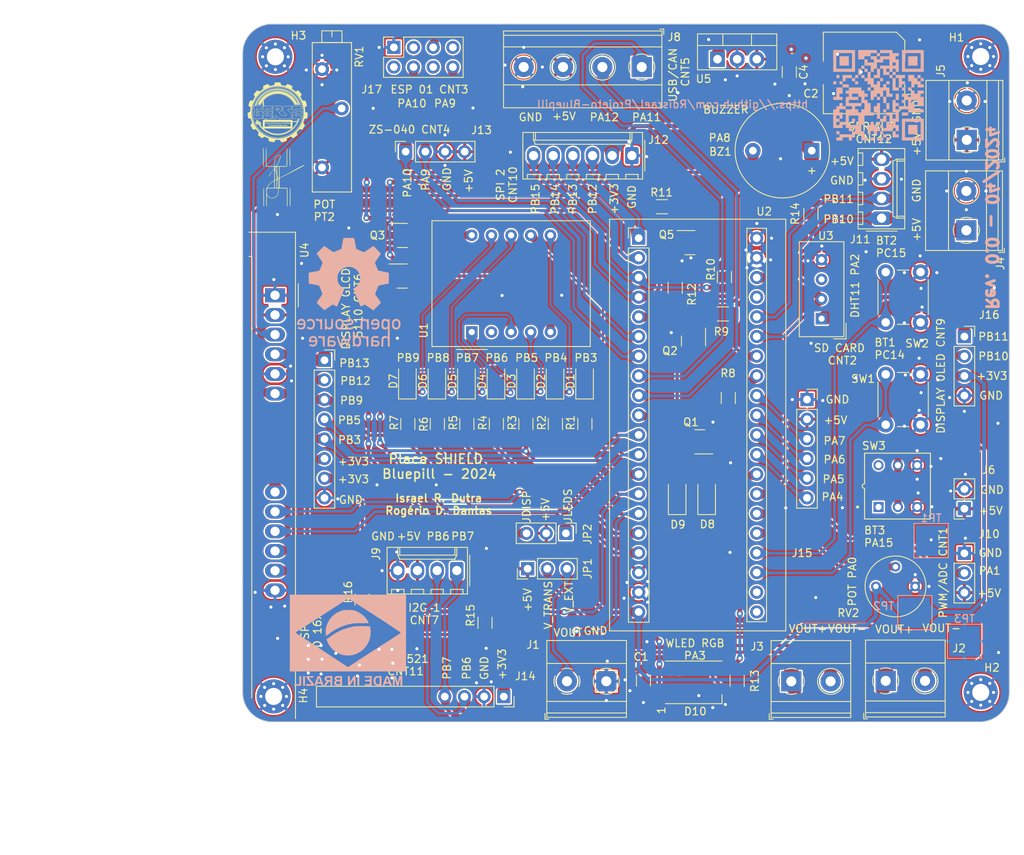
<source format=kicad_pcb>
(kicad_pcb (version 20240108) (generator "pcbnew") (generator_version "8.0")
  (title_block (title "Placa Shield Bluepill-STM32") (date "2024-03-31") (rev "0.0") (company "IFSP - Guarulhos") (comment 1 "Israel R. Dutra") (comment 2 "Profº. Rogério D. Dantas") (comment 3 "Placa Shield Bluepill"))
  (layers (0 "F.Cu" mixed) (31 "B.Cu" mixed) (34 "B.Paste" user) (35 "F.Paste" user) (36 "B.SilkS" user "B.Silkscreen") (37 "F.SilkS" user "F.Silkscreen") (38 "B.Mask" user) (39 "F.Mask" user) (44 "Edge.Cuts" user))
  (net 0 "")
  (net 1 "+3V3")
  (net 2 "Net-(BZ1-+)")
  (net 3 "+5V")
  (net 4 "Earth")
  (net 5 "Net-(J4-Pin_1)")
  (net 6 "/r1")
  (net 7 "/JLEDs")
  (net 8 "/r2")
  (net 9 "/r3")
  (net 10 "/r4")
  (net 11 "/r5")
  (net 12 "/r6")
  (net 13 "/r7")
  (net 14 "/V_ext")
  (net 15 "Net-(D8-A)")
  (net 16 "Net-(D9-A)")
  (net 18 "Net-(D10-DIN)")
  (net 19 "/PB11")
  (net 20 "/PB10")
  (net 21 "/PA0")
  (net 22 "/PA9")
  (net 23 "/PA6")
  (net 24 "/PA7")
  (net 25 "/PA5")
  (net 26 "/PA4")
  (net 27 "/PA1")
  (net 28 "/PA10")
  (net 29 "/PB3")
  (net 30 "/PB4")
  (net 31 "/PB5")
  (net 32 "/PB6")
  (net 33 "/PB7")
  (net 34 "/PB8")
  (net 35 "/V_Trans")
  (net 36 "/JDISP")
  (net 37 "Net-(Q1-B)")
  (net 38 "Net-(Q2-B)")
  (net 39 "/DISP1")
  (net 40 "Net-(Q3-B)")
  (net 41 "/DISP2")
  (net 42 "Net-(Q4-B)")
  (net 43 "Net-(Q5-B)")
  (net 44 "/PB9")
  (net 45 "/PB0")
  (net 46 "/PB1")
  (net 47 "/PA8")
  (net 48 "/PA3")
  (net 49 "/PA2")
  (net 50 "/PT2")
  (net 51 "/PC15")
  (net 53 "/PC14")
  (net 57 "/PC13")
  (net 59 "/PB12")
  (net 60 "/PB13")
  (net 61 "/PB14")
  (net 62 "/PB15")
  (net 63 "/PA11")
  (net 64 "/PA12")
  (net 65 "/PA15")
  (net 67 "Net-(U4-A{slash}VEE)")
  (net 72 "Net-(J7-Pin_7)")
  (footprint "TerminalBlock_Phoenix:TerminalBlock_Phoenix_MKDS-1,5-2-5.08_1x02_P5.08mm_Horizontal" (layer "F.Cu") (at 157.475 111.557)
    (property "Reference" "J1")
    (property "Value" "Screw_Terminal_01x02")
  )
  (footprint "Resistor_SMD:R_1206_3216Metric" (layer "F.Cu") (at 146.9 104.0125 90)
    (property "Reference" "R15")
    (property "Value" "220R")
  )
  (footprint "Package_TO_SOT_SMD:SOT-23" (layer "F.Cu") (at 173.355 54.93)
    (property "Reference" "Q5")
    (property "Value" "BC817")
  )
  (footprint "Resistor_SMD:R_1206_3216Metric" (layer "F.Cu") (at 155.9814 78.3443 90)
    (property "Reference" "R2")
    (property "Value" "240R")
  )
  (footprint "Connector_Molex:Molex_KK-254_AE-6410-06A_1x06_P2.54mm_Vertical" (layer "F.Cu") (at 165.862 43.688 180)
    (property "Reference" "J12")
    (property "Value" "SPI_2")
  )
  (footprint "MountingHole:MountingHole_2.2mm_M2_Pad_Via" (layer "F.Cu") (at 210.9 30.9)
    (property "Reference" "H1")
    (property "Value" "MountingHole")
  )
  (footprint "Package_TO_SOT_SMD:SOT-23" (layer "F.Cu") (at 136.1948 59.2407)
    (property "Reference" "Q4")
    (property "Value" "BC808")
  )
  (footprint "Display_7Segment:ELD_426XXXX" (layer "F.Cu") (at 145.1864 66.4718 90)
    (property "Reference" "U1")
    (property "Value" "ELD-426SYGWA")
  )
  (footprint "TerminalBlock_Phoenix:TerminalBlock_Phoenix_MKDS-1,5-2-5.08_1x02_P5.08mm_Horizontal" (layer "F.Cu") (at 209.093 41.661 90)
    (property "Reference" "J5")
    (property "Value" "Screw_Terminal_01x02")
  )
  (footprint "Connector_PinSocket_2.54mm:PinSocket_1x04_P2.54mm_Vertical" (layer "F.Cu") (at 136.652 43.18 90)
    (property "Reference" "J13")
    (property "Value" "Bluetooth ZS-040")
  )
  (footprint "Diode_SMD:D_1206_3216Metric" (layer "F.Cu") (at 171.704 87.754 90)
    (property "Reference" "D9")
    (property "Value" "1N4148")
  )
  (footprint "Connector_PinSocket_2.54mm:PinSocket_1x02_P2.54mm_Vertical" (layer "F.Cu") (at 208.788 89.281 180)
    (property "Reference" "J6")
    (property "Value" "Conn_01x02_Female")
  )
  (footprint "Button_Switch_THT:SW_PUSH_6mm_H7.3mm" (layer "F.Cu") (at 198.628 65.226 90)
    (property "Reference" "SW2")
    (property "Value" "SW_Push")
  )
  (footprint "Buzzer_Beeper:Buzzer_12x9.5RM7.6" (layer "F.Cu") (at 189.083 43.053 180)
    (property "Reference" "BZ1")
    (property "Value" "Buzzer")
  )
  (footprint "TerminalBlock_Phoenix:TerminalBlock_Phoenix_MKDS-1,5-2-5.08_1x02_P5.08mm_Horizontal" (layer "F.Cu") (at 198.628 111.506)
    (property "Reference" "J2")
    (property "Value" "Screw_Terminal_01x02")
  )
  (footprint "LED_SMD:LED_1206_3216Metric" (layer "F.Cu") (at 148.3125 72.8218 90)
    (property "Reference" "D4")
    (property "Value" "LED")
  )
  (footprint "Package_TO_SOT_THT:TO-220-3_Vertical" (layer "F.Cu") (at 176.911 31.242)
    (property "Reference" "U5")
    (property "Value" "LM7805_TO220")
  )
  (footprint "LED_SMD:LED_1206_3216Metric" (layer "F.Cu") (at 136.875 72.8218 90)
    (property "Reference" "D7")
    (property "Value" "LED")
  )
  (footprint "Connector_PinSocket_2.54mm:PinSocket_1x10_P2.54mm_Vertical" (layer "F.Cu") (at 149.322 113.538 -90)
    (property "Reference" "J14")
    (property "Value" "Acelerometro GY-521")
  )
  (footprint "Sensor:Aosong_DHT11_5.5x12.0_P2.54mm" (layer "F.Cu") (at 190.35 64.75 180)
    (property "Reference" "U3")
    (property "Value" "DHT11")
  )
  (footprint "LED_SMD:LED_1206_3216Metric" (layer "F.Cu") (at 159.75 72.8218 90)
    (property "Reference" "D1")
    (property "Value" "LED")
  )
  (footprint "LOGO" (layer "F.Cu") (at 120.142 38.1)
    (property "Reference" "G***" (hide yes))
    (property "Value" "LOGO" (hide yes))
  )
  (footprint "Resistor_SMD:R_1206_3216Metric" (layer "F.Cu") (at 159.7914 78.3443 -90)
    (property "Reference" "R1")
    (property "Value" "240R")
  )
  (footprint "LED_SMD:LED_1206_3216Metric" (layer "F.Cu") (at 144.5 72.8218 90)
    (property "Reference" "D5")
    (property "Value" "LED")
  )
  (footprint "Connector_PinHeader_2.54mm:PinHeader_1x03_P2.54mm_Vertical" (layer "F.Cu") (at 152.4 97.028 90)
    (property "Reference" "JP1")
    (property "Value" "Jumper_3_Bridged12")
  )
  (footprint "MountingHole:MountingHole_2.2mm_M2_Pad_Via" (layer "F.Cu") (at 119.833274 30.933274)
    (property "Reference" "H3")
    (property "Value" "MountingHole")
  )
  (footprint "Connector_PinSocket_2.54mm:PinSocket_1x04_P2.54mm_Vertical" (layer "F.Cu") (at 208.788 67.056)
    (property "Reference" "J16")
    (property "Value" "Display OLED 0.96''")
  )
  (footprint "LED_SMD:LED_1206_3216Metric" (layer "F.Cu") (at 152.125 72.8218 90)
    (property "Reference" "D3")
    (property "Value" "LED")
  )
  (footprint "MountingHole:MountingHole_2.2mm_M2_Pad_Via" (layer "F.Cu") (at 210.9 113)
    (property "Reference" "H2")
    (property "Value" "MountingHole")
  )
  (footprint "MountingHole:MountingHole_2.2mm_M2_Pad_Via" (layer "F.Cu") (at 119.610274 113.514274)
    (property "Reference" "H4")
    (property "Value" "MountingHole")
  )
  (footprint "Resistor_SMD:R_1206_3216Metric" (layer "F.Cu") (at 136.9314 78.3443 90)
    (property "Reference" "R7")
    (property "Value" "240R")
  )
  (footprint "Package_TO_SOT_SMD:SOT-23" (layer "F.Cu") (at 173.8145 67.63 -90)
    (property "Reference" "Q2")
    (property "Value" "BC817")
  )
  (footprint "LED_SMD:LED_1206_3216Metric" (layer "F.Cu") (at 140.6875 72.8218 90)
    (property "Reference" "D6")
    (property "Value" "LED")
  )
  (footprint "Capacitor_SMD:C_1206_3216Metric" (layer "F.Cu") (at 186.182 32.893 -90)
    (property "Reference" "C4")
    (property "Value" "100nF")
  )
  (footprint "footprint botão com retenção:SW_TL2201EEYA" (layer "F.Cu") (at 200.152 86.36)
    (property "Reference" "SW3")
    (property "Value" "SW_Push_DPDT")
  )
  (footprint "Package_TO_SOT_SMD:SOT-23" (layer "F.Cu") (at 136.2275 54)
    (property "Reference" "Q3")
    (property "Value" "BC808")
  )
  (footprint "Resistor_SMD:R_1206_3216Metric" (layer "F.Cu") (at 140.7414 78.3443 90)
    (property "Reference" "R6")
    (property "Value" "240R")
  )
  (footprint "Display:WC1602A" (layer "F.Cu") (at 119.7864 61.722 -90)
    (property "Reference" "U4")
    (property "Value" "LCD-16x2")
  )
  (footprint "Connector_PinSocket_2.54mm:PinSocket_1x03_P2.54mm_Vertical" (layer "F.Cu") (at 208.788 95.04)
    (property "Reference" "J10")
    (property "Value" "PWM/ADC1")
  )
  (footprint "Connector_PinHeader_2.54mm:PinHeader_1x03_P2.54mm_Vertical" (layer "F.Cu") (at 157.338 92.456 -90)
    (property "Reference" "JP2")
    (property "Value" "Jumper_3_Bridged12")
  )
  (footprint "Connector_Molex:Molex_KK-254_AE-6410-04A_1x04_P2.54mm_Vertical" (layer "F.Cu") (at 143.256 97.262 180)
    (property "Reference" "J9")
    (property "Value" "I2C ")
  )
  (footprint "Resistor_SMD:R_1206_3216Metric" (layer "F.Cu") (at 177.6075 64.135 180)
    (property "Reference" "R9")
    (property "Value" "4K7R")
  )
  (footprint "Button_Switch_THT:SW_PUSH_6mm_H7.3mm" (layer "F.Cu") (at 198.628 78.434 90)
    (property "Reference" "SW1")
    (property "Value" "SW_Push")
  )
  (footprint "Connector_Molex:Molex_KK-254_AE-6410-04A_1x04_P2.54mm_Vertical" (layer "F.Cu") (at 198.1 51.77 90)
    (property "Reference" "J11")
    (property "Value" "Serial")
  )
  (footprint "Footprints:YAAJ_BluePill_SWD_1" (layer "F.Cu") (at 166.735 54.345)
    (property "Reference" "U2")
    (property "Value" "Bluepill" (hide yes))
  )
  (footprint "TerminalBlock_Phoenix:TerminalBlock_Phoenix_MKDS-1,5-4-5.08_1x04_P5.08mm_Horizontal" (layer "F.Cu") (at 167.132 32.258 180)
    (property "Reference" "J8")
    (property "Value" "USB/CAN")
  )
  (footprint "Resistor_SMD:R_1206_3216Metric" (layer "F.Cu") (at 188.976 51.2465 -90)
    (property "Reference" "R14")
    (property "Value" "5KR")
  )
  (footprint "Resistor_SMD:R_1206_3216Metric" (layer "F.Cu") (at 171.45 60.7675 90)
    (property "Reference" "R12")
    (property "Value" "10KR")
  )
  (footprint "Connector_PinSocket_2.54mm:PinSocket_1x06_P2.54mm_Vertical" (layer "F.Cu") (at 188.5416 73.4064)
    (property "Reference" "J15")
    (property "Value" "SD CARD")
  )
  (footprint "Potentiometer_THT:Potentiometer_Bourns_3006P_Horizontal" (layer "F.Cu") (at 125.86 45.22 -90)
    (property "Reference" "RV1")
    (property "Value" "5KPOT")
  )
  (footprint "Resistor_SMD:R_1206_3216Metric" (layer "F.Cu") (at 131.025 101.0125 90)
    (property "Reference" "R16")
    (property "Value" "220R")
  )
  (footprint "LED_SMD:LED_WS2812B_PLCC4_5.0x5.0mm_P3.2mm" (layer "F.Cu") (at 173.842 111.7)
    (property "Reference" "D10")
    (property "Value" "WS2812B")
  )
  (footprint "Resistor_SMD:R_1206_3216Metric" (layer "F.Cu") (at 148.3614 78.3443 90)
    (property "Reference" "R4")
    (property "Value" "240R")
  )
  (footprint "Resistor_SMD:R_1206_3216Metric" (layer "F.Cu") (at 152.1714 78.3443 90)
    (property "Reference" "R3")
    (property "Value" "240R")
  )
  (footprint "Resistor_SMD:R_1206_3216Metric" (layer "F.Cu") (at 177.8 59.3745 90)
    (property "Reference" "R10")
    (property "Value" "16KR")
  )
  (footprint "Capacitor_SMD:CP_Elec_10x10" (layer "F.Cu") (at 195.834 33.02 180)
    (property "Reference" "C2")
    (property "Value" "1000uF/25V")
  )
  (footprint "Package_TO_SOT_SMD:SOT-23" (layer "F.Cu") (at 174.625 80.645 180)
    (property "Reference" "Q1")
    (property "Value" "BC817")
  )
  (footprint "LED_SMD:LED_1206_3216Metric" (layer "F.Cu") (at 155.9375 72.8218 90)
    (property "Reference" "D2")
    (property "Value" "LED")
  )
  (footprint "LOGO" (layer "F.Cu") (at 119.984 46.972)
    (property "Reference" "G***" (hide yes))
    (property "Value" "LOGO" (hide yes))
  )
  (footprint "TerminalBlock_Phoenix:TerminalBlock_Phoenix_MKDS-1,5-2-5.08_1x02_P5.08mm_Horizontal" (layer "F.Cu") (at 186.436 111.57)
    (property "Reference" "J3")
    (property "Value" "Screw_Terminal_01x02")
  )
  (footprint "Potentiometer_THT:Potentiometer_Bourns_3339P_Vertical" (layer "F.Cu") (at 197.358 99.314 -90)
    (property "Reference" "RV2")
    (property "Value" "10kPOT")
  )
  (footprint "Resistor_SMD:R_1206_3216Metric" (layer "F.Cu") (at 179.45 111.5125 -90)
    (property "Reference" "R13")
    (property "Value" "470R")
  )
  (footprint "Capacitor_SMD:C_1206_3216Metric" (layer "F.Cu") (at 167.35 111.475 -90)
    (property "Reference" "C1")
    (property "Value" "100nF")
  )
  (footprint "Connector_PinSocket_2.54mm:PinSocket_2x04_P2.54mm_Vertical" (layer "F.Cu") (at 135.128 29.718 90)
    (property "Reference" "J17")
    (property "Value" "Modulo WIFI ESP01")
  )
  (footprint "Connector_PinSocket_2.54mm:PinSocket_1x08_P2.54mm_Vertical" (layer "F.Cu") (at 126.17 70.11)
    (property "Reference" "J7")
    (property "Value" "Display LCD 5110")
  )
  (footprint "Resistor_SMD:R_1206_3216Metric" (layer "F.Cu") (at 144.5514 78.3443 90)
    (property "Reference" "R5")
    (property "Value" "240R")
  )
  (footprint "TerminalBlock_Phoenix:TerminalBlock_Phoenix_MKDS-1,5-2-5.08_1x02_P5.08mm_Horizontal" (layer "F.Cu") (at 209.042 53.34 90)
    (property "Reference" "J4")
    (property "Value" "Screw_Terminal_01x02")
  )
  (footprint "Resistor_SMD:R_1206_3216Metric" (layer "F.Cu") (at 178.308 74.9915 90)
    (property "Reference" "R8")
    (property "Value" "4K7R")
  )
  (footprint "Resistor_SMD:R_1206_3216Metric" (layer "F.Cu") (at 169.7335 50.292 180)
    (property "Reference" "R11")
    (property "Value" "16KR")
  )
  (footprint "Diode_SMD:D_1206_3216Metric" (layer "F.Cu") (at 175.514 87.754 90)
    (property "Reference" "D8")
    (property "Value" "1N4148")
  )
  (footprint "LOGO" (layer "B.Cu") (at 197.7 35.9 180)
    (property "Reference" "G***" (hide yes))
    (property "Value" "LOGO" (hide yes))
  )
  (footprint "TestPoint:TestPoint_Pad_4.0x4.0mm" (layer "B.Cu") (at 204.5 93.4 180)
    (property "Reference" "TP1")
    (property "Value" "TestPoint")
  )
  (footprint "LOGO" (layer "B.Cu") (at 129.31 61.34 180)
    (property "Reference" "G***" (hide yes))
    (property "Value" "LOGO" (hide yes))
  )
  (footprint "LOGO" (layer "B.Cu") (at 129.2 106.45 180)
    (property "Reference" "G***" (hide yes))
    (property "Value" "LOGO" (hide yes))
  )
  (footprint "TestPoint:TestPoint_Pad_4.0x4.0mm" (layer "B.Cu") (at 202.4 102.7 180)
    (property "Reference" "TP2")
    (property "Value" "TestPoint")
  )
  (footprint "TestPoint:TestPoint_Pad_4.0x4.0mm" (layer "B.Cu") (at 208.8 106.4 180)
    (property "Reference" "TP3")
    (property "Value" "TestPoint")
  )
  (gr_arc (start 210.8 26.7) (mid 213.487005 27.812994) (end 214.6 30.5) (stroke (width 0.1)) (layer "Edge.Cuts"))
  (gr_arc (start 214.6 113) (mid 213.487006 115.687005) (end 210.8 116.8) (stroke (width 0.1)) (layer "Edge.Cuts"))
  (gr_arc (start 119.4 116.8) (mid 116.712995 115.687006) (end 115.6 113) (stroke (width 0.1)) (layer "Edge.Cuts"))
  (gr_line (start 119.4 116.8) (end 210.8 116.8) (stroke (width 0.1)) (layer "Edge.Cuts"))
  (gr_line (start 115.6 30.5) (end 115.6 113) (stroke (width 0.1)) (layer "Edge.Cuts"))
  (gr_arc (start 115.6 30.5) (mid 116.712994 27.812995) (end 119.4 26.700002) (stroke (width 0.1)) (layer "Edge.Cuts"))
  (gr_line (start 210.8 26.7) (end 119.4 26.7) (stroke (width 0.1)) (layer "Edge.Cuts"))
  (gr_line (start 214.6 113) (end 214.6 30.5) (stroke (width 0.1)) (layer "Edge.Cuts"))
  (gr_text "https://github.com/Rdisrael/Projeto-Bluepill" (at 188.71 37.65 0) (layer "B.SilkS") (effects (font (size 1 1)) (justify left bottom mirror)))
  (gr_text "Rev. 0.0 - 04/2024" (at 212.33 51.72 270) (layer "B.SilkS") (effects (font (size 1.5 1.5) (thickness 0.375) (bold yes)) (justify mirror)))
  (gr_text "PA1" (at 213.55 97.286 0) (layer "F.SilkS") (effects (font (size 1 1)) (justify right)))
  (gr_text "+5V" (at 152.4 99.441 90) (layer "F.SilkS") (effects (font (size 1 1)) (justify right)))
  (gr_text "ESP 01 CNT3" (at 139.7254 35.1536 0) (layer "F.SilkS") (effects (font (size 1 1))))
  (gr_text "BUZZER" (at 178 37.75 0) (layer "F.SilkS") (effects (font (size 1 1))))
  (gr_text "PA5" (at 191.897 85.471 0) (layer "F.SilkS") (effects (font (size 1 1))))
  (gr_text "PA10" (at 136.87 47.23 90) (layer "F.SilkS") (effects (font (size 1 1))))
  (gr_text "SD CARD \nCNT2" (at 193.04 69.342 0) (layer "F.SilkS") (effects (font (size 1 1))))
  (gr_text "VOUT-" (at 205.85 104.7 0) (layer "F.SilkS") (effects (font (size 1 1))))
  (gr_text "POT\nPT2" (at 126.15 50.8 0) (layer "F.SilkS") (effects (font (size 1 1))))
  (gr_text "PB4" (at 156.05 69.8 0) (layer "F.SilkS") (effects (font (size 1 1))))
  (gr_text "PB11" (at 212.55 67.056 0) (layer "F.SilkS") (effects (font (size 1 1))))
  (gr_text "+3V3" (at 149.098 109.347 90) (layer "F.SilkS") (effects (font (size 1 1))))
  (gr_text "PB11" (at 192.55 49.3 0) (layer "F.SilkS") (effects (font (size 1 1))))
  (gr_text "GND" (at 133.731 92.837 0) (layer "F.SilkS") (effects (font (size 1 1))))
  (gr_text "DISPLAY GLCD \n5110 CNT6" (at 129.75 63.075 90) (layer "F.SilkS") (effects (font (size 1 1))))
  (gr_text "PB10" (at 192.55 51.9 0) (layer "F.SilkS") (effects (font (size 1 1))))
  (gr_text "SERIAL3 \nCNT12" (at 197.1 40.75 0) (layer "F.SilkS") (effects (font (size 1 1))))
  (gr_text "+5V" (at 202.625 53.275 90) (layer "F.SilkS") (effects (font (size 1 1))))
  (gr_text "Israel R. Dutra\nRogério D. Dantas" (at 140.925 88.725 0) (layer "F.SilkS") (effects (font (size 1 1) (thickness 0.2) (bold yes))))
  (gr_text "+5V" (at 212 100.186 0) (layer "F.SilkS") (effects (font (size 1 1))))
  (gr_text "PA10" (at 137.4648 36.957 0) (layer "F.SilkS") (effects (font (size 1 1))))
  (gr_text "JDISP" (at 152.273 89.027 90) (layer "F.SilkS") (effects (font (size 1 1))))
  (gr_text "PB9" (at 136.975 69.8 0) (layer "F.SilkS") (effects (font (size 1 1))))
  (gr_text "+5V" (at 137.033 92.837 0) (layer "F.SilkS") (effects (font (size 1 1))))
  (gr_text "GND" (at 146.812 109.855 90) (layer "F.SilkS") (effects (font (size 1 1))))
  (gr_text "PB7" (at 144.018 92.837 0) (layer "F.SilkS") (effects (font (size 1 1))))
  (gr_text "PB6" (at 148.425 69.8 0) (layer "F.SilkS") (effects (font (size 1 1))))
  (gr_text "JLEDS" (at 157.607 88.9 90) (layer "F.SilkS") (effects (font (size 1 1))))
  (gr_text "PA4" (at 191.77 87.757 0) (layer "F.SilkS") (effects (font (size 1 1))))
  (gr_text "+3V3" (at 129.921 83.185 0) (layer "F.SilkS") (effects (font (size 1 1))))
  (gr_text "PB7" (at 144.625 69.8 0) (layer "F.SilkS") (effects (font (size 1 1))))
  (gr_text "+5V" (at 154.686 89.408 90) (layer "F.SilkS") (effects (font (size 1 1))))
  (gr_text "+5V" (at 192.978571 44.4 0) (layer "F.SilkS") (effects (font (size 1 1))))
  (gr_text "POT PA0" (at 194.31 95.377 90) (layer "F.SilkS") (effects (font (size 1 1)) (justify right)))
  (gr_text "VOUT" (at 157.607 105.283 0) (layer "F.SilkS") (effects (font (size 1 1))))
  (gr_text "GND" (at 202.625 37.975 90) (layer "F.SilkS") (effects (font (size 1 1))))
  (gr_text "GND" (at 212.25 74.676 0) (layer "F.SilkS") (effects (font (size 1 1))))
  (gr_text "ZS-040 CNT4" (at 137.15 40.325 0) (layer "F.SilkS") (effects (font (size 1 1))))
  (gr_text "SPI 2\nCNT10" (at 149.7 47.45 90) (layer "F.SilkS") (effects (font (size 1 1))))
  (gr_text "PB6" (at 144.526 109.855 90) (layer "F.SilkS") (effects (font (size 1 1))))
  (gr_text "PB14" (at 155.956 49.276 90) (layer "F.SilkS") (effects (font (size 1 1))))
  (gr_text "VOUT+" (at 199.75 104.85 0) (layer "F.SilkS") (effects (font (size 1 1))))
  (gr_text "DISPLAY 0LED CNT9" (at 205.74 72.136 90) (layer "F.SilkS") (effects (font (size 1 1))))
  (gr_text "GY-521\nCNT11" (at 136.652 109.474 0) (layer "F.SilkS") (effects (font (size 1 1))))
  (gr_text "VOUT+" (at 188.595 104.775 0) (layer "F.SilkS") (effects (font (size 1 1))))
  (gr_text "V_EXT" (at 157.734 100.711 90) (layer "F.SilkS") (effects (font (size 1 1))))
  (gr_text "DISPLAY\nLCD 16X2" (at 124.46 101.6 90) (layer "F.SilkS") (effects (font (size 1 1)) (justify right)))
  (gr_text "V_TRANS" (at 155.067 101.727 90) (layer "F.SilkS") (effects (font (size 1 1))))
  (gr_text "PA9" (at 139.22 46.82 90) (layer "F.SilkS") (effects (font (size 1 1))))
  (gr_text "GND" (at 212.15 94.986 0) (layer "F.SilkS") (effects (font (size 1 1))))
  (gr_text "BT1\nPC14" (at 197.1 68.625 0) (layer "F.SilkS") (effects (font (size 1 1)) (justify left)))
  (gr_text "GND" (at 141.986 46.736 90) (layer "F.SilkS") (effects (font (size 1 1))))
  (gr_text "GND" (at 192.405 75.184 0) (layer "F.SilkS") (effects (font (size 1 1))))
  (gr_text "PB13" (at 130.048 70.485 0) (layer "F.SilkS") (effects (font (size 1 1))))
  (gr_text "PB5" (at 129.4 77.851 0) (layer "F.SilkS") (effects (font (size 1 1))))
  (gr_text "BT2 \nPC15" (at 197.28 55.47 0) (layer "F.SilkS") (effects (font (size 1 1)) (justify left)))
  (gr_text "GND" (at 212.35 86.85 0) (layer "F.SilkS") (effects (font (size 1 1))))
  (gr_text "USB/CAN \nCNT5" (at 171.958 32.893 90) (layer "F.SilkS") (effects (font (size 1 1))))
  (gr_text "GND" (at 161.163 105.05 0) (layer "F.SilkS") (effects (font (size 1 1))))
  (gr_text "PB10" (at 212.55 69.596 0) (layer "F.SilkS") (effects (font (size 1 1))))
  (gr_text "PB7" (at 141.986 109.855 90) (layer "F.SilkS") (effects (font (size 1 1))))
  (gr_text "+3V3" (at 129.921 85.471 0) (layer "F.SilkS") (effects (font (size 1 1))))
  (gr_text "+5V" (at 157.099 38.608 0) (layer "F.SilkS") (effects (font (size 1 1))))
  (gr_text "PB12" (at 160.782 49.276 90) (layer "F.SilkS") (effects (font (size 1 1))))
  (gr_text "WLED RGB\nPA3" (at 174 107.45 0) (layer "F.SilkS") (effects (font (size 1 1))))
  (gr_text "PA7" (at 192.024 80.518 0) (layer "F.SilkS") (effects (font (size 1 1))))
  (gr_text "PA9" (at 141.732 36.957 0) (layer "F.SilkS") (effects (font (size 1 1))))
  (gr_text "PB13" (at 158.242 49.276 90) (layer "F.SilkS") (effects (font (size 1 1))))
  (gr_text "VOUT-" (at 193.675 104.775 0) (layer "F.SilkS") (effects (font (size 1 1))))
  (gr_text "PA8" (at 177.2 41.4 0) (layer "F.SilkS") (effects (font (size 1 1))))
  (gr_text "PB15" (at 153.416 49.276 90) (layer "F.SilkS") (effects (font (size 1 1))))
  (gr_text "+5V" (at 192.151 77.851 0) (layer "F.SilkS") (effects (font (size 1 1))))
  (gr_text "PB3" (at 159.925 69.8 0) (layer "F.SilkS") (effects (font (size 1 1))))
  (gr_text "GND" (at 131.191 88.138 0) (layer "F.SilkS") (effects (font (size 1 1)) (justify right)))
  (gr_text "+5V" (at 144.78 46.99 90) (layer "F.SilkS") (effects (font (size 1 1))))
  (gr_text "PB6" (at 140.843 92.837 0) (layer "F.SilkS") (effects (font (size 1 1))))
  (gr_text "+5V" (at 202.625 42.2 90) (layer "F.SilkS") (effects (font (size 1 1))))
  (gr_text "PB9" (at 129.667 75.311 0) (layer "F.SilkS") (effects (font (size 1 1))))
  (gr_text "GND" (at 202.625 48.2 90) (layer "F.SilkS") (effects (font (size 1 1))))
  (gr_text "I2C 1\nCNT7" (at 139.065 102.87 0) (layer "F.SilkS") (effects (font (size 1 1))))
  (gr_text "GND" (at 152.781 38.735 0) (layer "F.SilkS") (effects (font (size 1 1))))
  (gr_text "+3V3" (at 163.576 49.276 90) (layer "F.SilkS") (effects (font (size 1 1))))
  (gr_text "PA12" (at 162.306 38.735 0) (layer "F.SilkS") (effects (font (size 1 1))))
  (gr_text "PWM/ADC CNT1" (at 206.05 97.536 90) (layer "F.SilkS") (effects (font (size 1 1))))
  (gr_text "PA6" (at 192.024 82.931 0) (layer "F.SilkS") (effects (font (size 1 1))))
  (gr_text "PB3" (at 129.413 80.391 0) (layer "F.SilkS") (effects (font (size 1 1))))
  (gr_text "PA11" (at 167.767 38.735 0) (layer "F.SilkS") (effects (font (size 1 1))))
  (gr_text "GND" (at 192.978571 46.9 0) (layer "F.SilkS") (effects (font (size 1 1))))
  (gr_text "GND" (at 165.862 49.022 90) (layer "F.SilkS") (effects (font (size 1 1))))
  (gr_text "+3V3" (at 212.344 72.136 0) (layer "F.SilkS") (effects (font (size 1 1))))
  (gr_text "BT3 \nPA15" (at 195.75 92.875 0) (layer "F.SilkS") (effects (font (size 1 1)) (justify left)))
  (gr_text "Placa SHIELD \nBluepill - 2024" (at 141 83.825 0) (layer "F.SilkS") (effects (font (size 1.2 1.2) (thickness 0.2) (bold yes))))
  (gr_text "PB8" (at 140.85 69.8 0) (layer "F.SilkS") (effects (font (size 1 1))))
  (gr_text "PB5" (at 152.275 69.8 0) (layer "F.SilkS") (effects (font (size 1 1))))
  (gr_text "PB12" (at 130.175 72.771 0) (layer "F.SilkS") (effects (font (size 1 1))))
  (gr_text "+5V" (at 212.217 89.535 0) (layer "F.SilkS") (effects (font (size 1 1))))
  (gr_text "DHT11 PA2" (at 194.675 60.5 90) (layer "F.SilkS") (effects (font (size 1 1))))
  (segment (start 127.025 102.5) (end 131 102.5) (width 0.508) (layer "F.Cu") (net 1))
  (segment (start 160.8 96.45) (end 159.6 95.25) (width 0.508) (layer "F.Cu") (net 1))
  (segment (start 162.4041 102.6541) (end 160.8 101.05) (width 0.508) (layer "F.Cu") (net 1))
  (segment (start 141.014 27.686) (end 145.686 27.686) (width 0.508) (layer "F.Cu") (net 1))
  (segment (start 149.322 103.072) (end 148.75 102.5) (width 0.508) (layer "F.Cu") (net 1))
  (segment (start 192.5 62.6) (end 190.35 64.75) (width 0.508) (layer "F.Cu") (net 1))
  (segment (start 140.208 29.718) (end 140.208 28.492) (width 0.508) (layer "F.Cu") (net 1))
  (segment (start 148.125 100.825) (end 146.9 102.05) (width 0.508) (layer "F.Cu") (net 1))
  (segment (start 205.232 63.482) (end 203.7 61.95) (width 0.508) (layer "F.Cu") (net 1))
  (segment (start 140.208 28.492) (end 141.014 27.686) (width 0.508) (layer "F.Cu") (net 1))
  (segment (start 160.8 101.05) (end 160.8 96.45) (width 0.508) (layer "F.Cu") (net 1))
  (segment (start 208.788 72.136) (end 206.611 72.136) (width 0.508) (layer "F.Cu") (net 1))
  (segment (start 146.9 102.55) (end 131.1 102.55) (width 0.508) (layer "F.Cu") (net 1))
  (segment (start 195.5 64.75) (end 190.35 64.75) (width 0.508) (layer "F.Cu") (net 1))
  (segment (start 186.066 49.784) (end 188.976 49.784) (width 0.508) (layer "F.Cu") (net 1))
  (segment (start 124.84 82.81) (end 123.952 83.698) (width 0.508) (layer "F.Cu") (net 1))
  (segment (start 206.611 72.136) (end 205.232 70.757) (width 0.508) (layer "F.Cu") (net 1))
  (segment (start 198.3 61.95) (end 195.5 64.75) (width 0.508) (layer "F.Cu") (net 1))
  (segment (start 185.908 39.878) (end 189.083 43.053) (width 0.508) (layer "F.Cu") (net 1))
  (segment (start 163.322 42.861261) (end 166.305261 39.878) (width 0.508) (layer "F.Cu") (net 1))
  (segment (start 188.976 49.784) (end 191.684 49.784) (width 0.508) (layer "F.Cu") (net 1))
  (segment (start 184.92 58.68) (end 184.92 50.93) (width 0.508) (layer "F.Cu") (net 1))
  (segment (start 131.1 102.55) (end 131.025 102.475) (width 0.508) (layer "F.Cu") (net 1))
  (segment (start 146.9 102.05) (end 146.9 102.55) (width 0.508) (layer "F.Cu") (net 1))
  (segment (start 148.125 96.25) (end 148.125 100.825) (width 0.508) (layer "F.Cu") (net 1))
  (segment (start 149.125 95.25) (end 148.125 96.25) (width 0.508) (layer "F.Cu") (net 1))
  (segment (start 205.232 70.757) (end 205.232 63.482) (width 0.508) (layer "F.Cu") (net 1))
  (segment (start 146.95 102.5) (end 146.9 102.55) (width 0.508) (layer "F.Cu") (net 1))
  (segment (start 189.083 43.053) (end 189.083 49.677) (width 0.508) (layer "F.Cu") (net 1))
  (segment (start 163.322 43.002) (end 163.322 43.688) (width 0.508) (layer "F.Cu") (net 1))
  (segment (start 131 102.5) (end 131.025 102.475) (width 0.508) (layer "F.Cu") (net 1))
  (segment (start 192.5 50.6) (end 192.5 62.6) (width 0.508) (layer "F.Cu") (net 1))
  (segment (start 126.17 82.81) (end 124.84 82.81) (width 0.508) (layer "F.Cu") (net 1))
  (segment (start 163.322 43.688) (end 163.322 42.861261) (width 0.508) (layer "F.Cu") (net 1))
  (segment (start 146.558 36.158) (end 150.25 39.85) (width 0.508) (layer "F.Cu") (net 1))
  (segment (start 150.25 39.85) (end 160.17 39.85) (width 0.508) (layer "F.Cu") (net 1))
  (segment (start 123.952 99.427) (end 127.025 102.5) (width 0.508) (layer "F.Cu") (net 1))
  (segment (start 149.322 113.538) (end 149.322 103.072) (width 0.508) (layer "F.Cu") (net 1))
  (segment (start 146.558 28.558) (end 146.558 36.158) (width 0.508) (layer "F.Cu") (net 1))
  (segment (start 184.92 50.93) (end 186.066 49.784) (width 0.508) (layer "F.Cu") (net 1))
  (segment (start 166.74338 102.6541) (end 162.4041 102.6541) (width 0.508) (layer "F.Cu") (net 1))
  (segment (start 191.684 49.784) (end 192.5 50.6) (width 0.508) (layer "F.Cu") (net 1))
  (segment (start 123.952 83.698) (end 123.952 99.427) (width 0.508) (layer "F.Cu") (net 1))
  (segment (start 184.1259 59.4741) (end 184.92 58.68) (width 0.508) (layer "F.Cu") (net 1))
  (segment (start 145.686 27.686) (end 146.558 28.558) (width 0.508) (layer "F.Cu") (net 1))
  (segment (start 160.17 39.85) (end 163.322 43.002) (width 0.508) (layer "F.Cu") (net 1))
  (segment (start 181.98338 59.4741) (end 184.1259 59.4741) (width 0.508) (layer "F.Cu") (net 1))
  (segment (start 148.75 102.5) (end 146.95 102.5) (width 0.508) (layer "F.Cu") (net 1))
  (segment (start 166.305261 39.878) (end 185.908 39.878) (width 0.508) (layer "F.Cu") (net 1))
  (segment (start 159.6 95.25) (end 149.125 95.25) (width 0.508) (layer "F.Cu") (net 1))
  (segment (start 203.7 61.95) (end 198.3 61.95) (width 0.508) (layer "F.Cu") (net 1))
  (segment (start 189.083 49.677) (end 188.976 49.784) (width 0.508) (layer "F.Cu") (net 1))
  (segment (start 196.182 104.3) (end 197.358 103.124) (width 0.508) (layer "B.Cu") (net 1))
  (segment (start 200.66 102.616) (end 197.358 99.314) (width 0.508) (layer "B.Cu") (net 1))
  (segment (start 168.05 111.35) (end 181 111.35) (width 0.508) (layer "B.Cu") (net 1))
  (segment (start 188.05 104.3) (end 196.182 104.3) (width 0.508) (layer "B.Cu") (net 1))
  (segment (start 181 111.35) (end 188.05 104.3) (width 0.508) (layer "B.Cu") (net 1))
  (segment (start 211.328 100.932) (end 209.644 102.616) (width 0.508) (layer "B.Cu") (net 1))
  (segment (start 166.74338 110.04338) (end 168.05 111.35) (width 0.508) (layer "B.Cu") (net 1))
  (segment (start 166.74338 102.6541) (end 166.74338 110.04338) (width 0.508) (layer "B.Cu") (net 1))
  (segment (start 197.358 102.342) (end 197.358 99.314) (width 0.508) (layer "B.Cu") (net 1))
  (segment (start 209.644 102.616) (end 200.66 102.616) (width 0.508) (layer "B.Cu") (net 1))
  (segment (start 211.328 73.228) (end 211.328 100.932) (width 0.508) (layer "B.Cu") (net 1))
  (segment (start 197.358 102.342) (end 197.358 100.862) (width 0.508) (layer "B.Cu") (net 1))
  (segment (start 208.788 72.136) (end 210.236 72.136) (width 0.508) (layer "B.Cu") (net 1))
  (segment (start 197.358 103.124) (end 197.358 102.342) (width 0.508) (layer "B.Cu") (net 1))
  (segment (start 210.236 72.136) (end 211.328 73.228) (width 0.508) (layer "B.Cu") (net 1))
  (segment (start 179.07 62.484) (end 179.578 61.976) (width 0.381) (layer "F.Cu") (net 2))
  (segment (start 179.578 61.976) (end 179.578 49.032) (width 0.381) (layer "F.Cu") (net 2))
  (segment (start 181.483 47.127) (end 181.483 43.053) (width 0.381) (layer "F.Cu") (net 2))
  (segment (start 175.006 62.484) (end 179.07 62.484) (width 0.381) (layer "F.Cu") (net 2))
  (segment (start 179.578 49.032) (end 181.483 47.127) (width 0.381) (layer "F.Cu") (net 2))
  (segment (start 174.2925 61.7705) (end 175.006 62.484) (width 0.381) (layer "F.Cu") (net 2))
  (segment (start 174.2925 54.93) (end 174.2925 61.7705) (width 0.381) (layer "F.Cu") (net 2))
  (segment (start 206.919 89.281) (end 204.5 91.7) (width 0.508) (layer "F.Cu") (net 3))
  (segment (start 204.5 91.7) (end 204.5 93.3) (width 0.508) (layer "F.Cu") (net 3))
  (segment (start 208.788 89.281) (end 206.919 89.281) (width 0.508) (layer "F.Cu") (net 3))
  (via (at 188.341 31.115) (size 0.8) (drill 0.4) (layers "F.Cu" "B.Cu") (net 3))
  (via (at 186.436 29.972) (size 0.8) (drill 0.4) (layers "F.Cu" "B.Cu") (net 3))
  (via (at 204.5 93.3) (size 0.8) (drill 0.4) (layers "F.Cu" "B.Cu") (net 3))
  (segment (start 172.339 57.277) (end 172.4175 57.1985) (width 0.381) (layer "F.Cu") (net 4))
  (segment (start 184.423 34.368) (end 186.182 34.368) (width 0.254) (layer "F.Cu") (net 4))
  (segment (start 172.4175 57.1985) (end 172.4175 55.88) (width 0.381) (layer "F.Cu") (net 4))
  (segment (start 184.3255 34.4655) (end 184.423 34.368) (width 0.254) (layer "F.Cu") (net 4))
  (segment (start 172.8645 66.6925) (end 171.0865 66.6925) (width 0.381) (layer "F.Cu") (net 4))
  (segment (start 167.35 114.3) (end 167.35 112.95) (width 0.381) (layer "F.Cu") (net 4))
  (segment (start 176.3 114.9595) (end 176.3 113.358) (width 0.381) (layer "F.Cu") (net 4))
  (segment (start 176.3 113.358) (end 176.292 113.35) (width 0.381) (layer "F.Cu") (net 4))
  (segment (start 175.5625 78.8625) (end 175.5625 79.695) (width 0.381) (layer "F.Cu") (net 4))
  (segment (start 191.897 35.687) (end 191.897 32.988) (width 0.762) (layer "F.Cu") (net 4))
  (segment (start 176.325 78.1) (end 175.5625 78.8625) (width 0.381) (layer "F.Cu") (net 4))
  (segment (start 171.0865 66.6925) (end 170.942 66.548) (width 0.381) (layer "F.Cu") (net 4))
  (via (at 164.973 111.379) (size 0.8) (drill 0.4) (layers "F.Cu" "B.Cu") (net 4))
  (via (at 190.5 75.311) (size 0.8) (drill 0.4) (layers "F.Cu" "B.Cu") (net 4))
  (via (at 186.182 35.941) (size 0.8) (drill 0.4) (layers "F.Cu" "B.Cu") (net 4))
  (via (at 147.075 94.4) (size 0.8) (drill 0.4) (layers "F.Cu" "B.Cu") (net 4))
  (via (at 204.47 83.82) (size 0.8) (drill 0.4) (layers "F.Cu" "B.Cu") (net 4))
  (via (at 125.73 110.617) (size 0.8) (drill 0.4) (layers "F.Cu" "B.Cu") (net 4))
  (via (at 181.991 52.451) (size 0.8) (drill 0.4) (layers "F.Cu" "B.Cu") (net 4))
  (via (at 156.8 61.725) (size 0.8) (drill 0.4) (layers "F.Cu" "B.Cu") (net 4))
  (via (at 162.687 108.966) (size 0.8) (drill 0.4) (layers "F.Cu" "B.Cu") (net 4))
  (via (at 127.889 88.011) (size 0.8) (drill 0.4) (layers "F.Cu" "B.Cu") (net 4))
  (via (at 129.31 53.03) (size 0.8) (drill 0.4) (layers "F.Cu" "B.Cu") (net 4))
  (via (at 167.767 43.815) (size 0.8) (drill 0.4) (layers "F.Cu" "B.Cu") (net 4))
  (via (at 204.597 89.027) (size 0.8) (drill 0.4) (layers "F.Cu" "B.Cu") (net 4))
  (via (at 209.042 45.72) (size 0.8) (drill 0.4) (layers "F.Cu" "B.Cu") (net 4))
  (via (at 188.99 67.92) (size 0.8) (drill 0.4) (layers "F.Cu" "B.Cu") (net 4))
  (via (at 132.95 86.2) (size 0.8) (drill 0.4) (layers "F.Cu" "B.Cu") (net 4))
  (via (at 138.1 107.35) (size 0.8) (drill 0.4) (layers "F.Cu" "B.Cu") (net 4))
  (via (at 125.857 30.734) (size 0.8) (drill 0.4) (layers "F.Cu" "B.Cu") (net 4))
  (via (at 125.857 108.712) (size 0.8) (drill 0.4) (layers "F.Cu" "B.Cu") (net 4))
  (via (at 206.883 74.93) (size 0.8) (drill 0.4) (layers "F.Cu" "B.Cu") (net 4))
  (via (at 165.481 41.91) (size 0.8) (drill 0.4) (layers "F.Cu" "B.Cu") (net 4))
  (via (at 170.942 66.548) (size 0.8) (drill 0.4) (layers "F.Cu" "B.Cu") (net 4))
  (via (at 130.683 109.474) (size 0.8) (drill 0.4) (layers "F.Cu" "B.Cu") (net 4))
  (via (at 151.892 29.718) (size 0.8) (drill 0.4) (layers "F.Cu" "B.Cu") (net 4))
  (via (at 121.031 101.854) (size 0.8) (drill 0.4) (layers "F.Cu" "B.Cu") (net 4))
  (via (at 167.894 101.346) (size 0.8) (drill 0.4) (layers "F.Cu" "B.Cu") (net 4))
  (via (at 147.701 111.633) (size 0.8) (drill 0.4) (layers "F.Cu" "B.Cu") (net 4))
  (via (at 206.883 36.703) (size 0.8) (drill 0.4) (layers "F.Cu" "B.Cu") (net 4))
  (via (at 189.6 100.75) (size 0.8) (drill 0.4) (layers "F.Cu" "B.Cu") (net 4))
  (via (at 203.2 74.295) (size 0.8) (drill 0.4) (layers "F.Cu" "B.Cu") (net 4))
  (via (at 140.6 86.2) (size 0.8) (drill 0.4) (layers "F.Cu" "B.Cu") (net 4))
  (via (at 211.582 48.26) (size 0.8) (drill 0.4) (layers "F.Cu" "B.Cu") (net 4))
  (via (at 202.819 87.249) (size 0.8) (drill 0.4) (layers "F.Cu" "B.Cu") (net 4))
  (via (at 209.169 34.29) (size 0.8) (drill 0.4) (layers "F.Cu" "B.Cu") (net 4))
  (via (at 179.451 33.401) (size 0.8) (drill 0.4) (layers "F.Cu" "B.Cu") (net 4))
  (via (at 123.825 32.639) (size 0.8) (drill 0.4) (layers "F.Cu" "B.Cu") (net 4))
  (via (at 141.732 44.958) (size 0.8) (drill 0.4) (layers "F.Cu" "B.Cu") (net 4))
  (via (at 150.175 43.25) (size 0.8) (drill 0.4) (layers "F.Cu" "B.Cu") (net 4))
  (via (at 205.359 72.644) (size 0.8) (drill 0.4) (layers "F.Cu" "B.Cu") (net 4))
  (via (at 206.502 48.26) (size 0.8) (drill 0.4) (layers "F.Cu" "B.Cu") (net 4))
  (via (at 183.769 57.15) (size 0.8) (drill 0.4) (layers "F.Cu" "B.Cu") (net 4))
  (via (at 213.125 78.25) (size 0.8) (drill 0.4) (layers "F.Cu" "B.Cu") (net 4))
  (via (at 171.8 35.575) (size 0.8) (drill 0.4) (layers "F.Cu" "B.Cu") (net 4))
  (via (at 208.788 76.708) (size 0.8) (drill 0.4) (layers "F.Cu" "B.Cu") (net 4))
  (via (at 119.634 59.69) (size 0.8) (drill 0.4) (layers "F.Cu" "B.Cu") (net 4))
  (via (at 177.927 33.909) (size 0.8) (drill 0.4) (layers "F.Cu" "B.Cu") (net 4))
  (via (at 193.04 89.154) (size 0.8) (drill 0.4) (layers "F.Cu" "B.Cu") (net 4))
  (via (at 188.214 34.417) (size 0.8) (drill 0.4) (layers "F.Cu" "B.Cu") (net 4))
  (via (at 133.223 107.442) (size 0.8) (drill 0.4) (layers "F.Cu" "B.Cu") (net 4))
  (via (at 135.58 67.27) (size 0.8) (drill 0.4) (layers "F.Cu" "B.Cu") (net 4))
  (via (at 151.765 34.798) (size 0.8) (drill 0.4) (layers "F.Cu" "B.Cu") (net 4))
  (via (at 183.896 54.356) (size 0.8) (drill 0.4) (layers "F.Cu" "B.Cu") (net 4))
  (via (at 167.8 106.45) (size 0.8) (drill 0.4) (layers "F.Cu" "B.Cu") (net 4))
  (via (at 133.604 97.282) (size 0.8) (drill 0.4) (layers "F.Cu" "B.Cu") (net 4))
  (via (at 119.253 101.981) (size 0.8) (drill 0.4) (layers "F.Cu" "B.Cu") (net 4))
  (via (at 120.1 51.3) (size 0.8) (drill 0.4) (layers "F.Cu" "B.Cu") (net 4))
  (via (at 134.874 111.125) (size 0.8) (drill 0.4) (layers "F.Cu" "B.Cu") (net 4))
  (via (at 194.8 72.35) (size 0.8) (drill 0.4) (layers "F.Cu" "B.Cu") (net 4))
  (via (at 178.525 94.925) (size 0.8) (drill 0.4) (layers "F.Cu" "B.Cu") (net 4))
  (via (at 202.946 76.581) (size 0.8) (drill 0.4) (layers "F.Cu" "B.Cu") (net 4))
  (via (at 134.874 107.442) (size 0.8) (drill 0.4) (layers "F.Cu" "B.Cu") (net 4))
  (via (at 202.946 69.85) (size 0.8) (drill 0.4) (layers "F.Cu" "B.Cu") (net 4))
  (via (at 177.927 114.554) (size 0.8) (drill 0.4) (layers "F.Cu" "B.Cu") (net 4))
  (via (at 173.482 56.896) (size 0.8) (drill 0.4) (layers "F.Cu" "B.Cu") (net 4))
  (via (at 205.232 58.801) (size 0.8) (drill 0.4) (layers "F.Cu" "B.Cu") (net 4))
  (via (at 185.725 89.175) (size 0.8) (drill 0.4) (layers "F.Cu" "B.Cu") (net 4))
  (via (at 201.041 58.801) (size 0.8) (drill 0.4) (layers "F.Cu" "B.Cu") (net 4))
  (via (at 145.35 37.55) (size 0.8) (drill 0.4) (layers "F.Cu" "B.Cu") (net 4))
  (via (at 127.762 32.639) (size 0.8) (drill 0.4) (layers "F.Cu" "B.Cu") (net 4))
  (via (at 165.608 112.776) (size 0.8) (drill 0.4) (layers "F.Cu" "B.Cu") (net 4))
  (via (at 213.2 107.85) (size 0.8) (drill 0.4) (layers "F.Cu" "B.Cu") (net 4))
  (via (at 202.692 81.788) (size 0.8) (drill 0.4) (layers "F.Cu" "B.Cu") (net 4))
  (via (at 208.915 84.836) (size 0.8) (drill 0.4) (layers "F.Cu" "B.Cu") (net 4))
  (via (at 165.227 98.806) (size 0.8) (drill 0.4) (layers "F.Cu" "B.Cu") (net 4))
  (via (at 125.73 106.934) (size 0.8) (drill 0.4) (layers "F.Cu" "B.Cu") (net 4))
  (via (at 178.6 83.35) (size 0.8) (drill 0.4) (layers "F.Cu" "B.Cu") (net 4))
  (via (at 149.479 32.004) (size 0.8) (drill 0.4) (layers "F.Cu" "B.Cu") (net 4))
  (via (at 145.796 111.76) (size 0.8) (drill 0.4) (layers "F.Cu" "B.Cu") (net 4))
  (via (at 203.327 67.564) (size 0.8) (drill 0.4) (layers "F.Cu" "B.Cu") (net 4))
  (via (at 154.305 32.258) (size 0.8) (drill 0.4) (layers "F.Cu" "B.Cu") (net 4))
  (via (at 211.455 36.703) (size 0.8) (drill 0.4) (layers "F.Cu" "B.Cu") (net 4))
  (via (at 205.74 82.804) (size 0.8) (drill 0.4) (layers "F.Cu" "B.Cu") (net 4))
  (via (at 124.079 110.49) (size 0.8) (drill 0.4) (layers "F.Cu" "B.Cu") (net 4))
  (via (at 203.073 56.642) (size 0.8) (drill 0.4) (layers "F.Cu" "B.Cu") (net 4))
  (via (at 180.594 55.88) (size 0.8) (drill 0.4) (layers "F.Cu" "B.Cu") (net 4))
  (via (at 208.915 93.091) (size 0.8) (drill 0.4) (layers "F.Cu" "B.Cu") (net 4))
  (via (at 196.1 56.1) (size 0.8) (drill 0.4) (layers "F.Cu" "B.Cu") (net 4))
  (via (at 200.66 46.736) (size 0.8) (drill 0.4) (layers "F.Cu" "B.Cu") (net 4))
  (via (at 188.595 57.277) (size 0.8) (drill 0.4) (layers "F.Cu" "B.Cu") (net 4))
  (via (at 212.65 60.775) (size 0.8) (drill 0.4) (layers "F.Cu" "B.Cu") (net 4))
  (via (at 124.079 106.934) (size 0.8) (drill 0.4) (layers "F.Cu" "B.Cu") (net 4))
  (via (at 120.12 106.02) (size 0.8) (drill 0.4) (layers "F.Cu" "B.Cu") (net 4))
  (via (at 186.563 75.184) (size 0.8) (drill 0.4) (layers "F.Cu" "B.Cu") (net 4))
  (via (at 125.857 34.544) (size 0.8) (drill 0.4) (layers "F.Cu" "B.Cu") (net 4))
  (via (at 123.34 67.27) (size 0.8) (drill 0.4) (layers "F.Cu" "B.Cu") (net 4))
  (via (at 176.325 78.1) (size 0.8) (drill 0.4) (layers "F.Cu" "B.Cu") (net 4))
  (via (at 201.041 65.278) (size 0.8) (drill 0.4) (layers "F.Cu" "B.Cu") (net 4))
  (via (at 204.216 99.314) (size 0.8) (drill 0.4) (layers "F.Cu" "B.Cu") (net 4))
  (via (at 191.897 35.687) (size 0.8) (drill 0.4) (layers "F.Cu" "B.Cu") (net 4))
  (via (at 162.56 114.046) (size 0.8) (drill 0.4) (layers "F.Cu" "B.Cu") (net 4))
  (via (at 192.405 30.607) (size 0.8) (drill 0.4) (layers "F.Cu" "B.Cu") (net 4))
  (via (at 190.373 55.372) (size 0.8) (drill 0.4) (layers "F.Cu" "B.Cu") (net 4))
  (via (at 121.92 72.771) (size 0.8) (drill 0.4) (layers "F.Cu" "B.Cu") (net 4))
  (via (at 201.041 78.613) (size 0.8) (drill 0.4) (layers "F.Cu" "B.Cu") (net 4))
  (via (at 185.05 44.1) (size 0.8) (drill 0.4) (layers "F.Cu" "B.Cu") (net 4))
  (via (at 201.168 72.009) (size 0.8) (drill 0.4) (layers "F.Cu" "B.Cu") (net 4))
  (via (at 207.01 86.995) (size 0.8) (drill 0.4) (layers "F.Cu" "B.Cu") (net 4))
  (via (at 175.768 28.702) (size 0.8) (drill 0.4) (layers "F.Cu" "B.Cu") (net 4))
  (via (at 195.961 46.863) (size 0.8) (drill 0.4) (layers "F.Cu" "B.Cu") (net 4))
  (via (at 209.042 50.673) (size 0.8) (drill 0.4) (layers "F.Cu" "B.Cu") (net 4))
  (via (at 135.001 109.22) (size 0.8) (drill 0.4) (layers "F.Cu" "B.Cu") (net 4))
  (via (at 176.3 114.9595) (size 0.8) (drill 0.4) (layers "F.Cu" "B.Cu") (net 4))
  (via (at 164.846 100.838) (size 0.8) (drill 0.4) (layers "F.Cu" "B.Cu") (net 4))
  (via (at 202.438 97.79) (size 0.8) (drill 0.4) (layers "F.Cu" "B.Cu") (net 4))
  (via (at 167.35 114.3) (size 0.8) (drill 0.4) (layers "F.Cu" "B.Cu") (net 4))
  (via (at 203.327 63.246) (size 0.8) (drill 0.4) (layers "F.Cu" "B.Cu") (net 4))
  (via (at 130.429 110.871) (size 0.8) (drill 0.4) (layers "F.Cu" "B.Cu") (net 4))
  (via (at 127.635 107.95) (size 0.8) (drill 0.4) (layers "F.Cu" "B.Cu") (net 4))
  (via (at 172.339 57.277) (size 0.8) (drill 0.4) (layers "F.Cu" "B.Cu") (net 4))
  (via (at 149.1 61.75) (size 0.8) (drill 0.4) (layers "F.Cu" "B.Cu") (net 4))
  (via (at 135.636 99.822) (size 0.8) (drill 0.4) (layers "F.Cu" "B.Cu") (net 4))
  (via (at 195.453 32.893) (size 0.8) (drill 0.4) (layers "F.Cu" "B.Cu") (net 4))
  (via (at 147.05 107.3) (size 0.8) (drill 0.4) (layers "F.Cu" "B.Cu") (net 4))
  (via (at 123.21 57.61) (size 0.8) (drill 0.4) (layers "F.Cu" "B.Cu") (net 4))
  (via (at 202.692 85.471) (size 0.8) (drill 0.4) (layers "F.Cu" "B.Cu") (net 4))
  (via (at 117.221 100.076) (size 0.8) (drill 0.4) (layers "F.Cu" "B.Cu") (net 4))
  (via (at 141.732 41.021) (size 0.8) (drill 0.4) (layers "F.Cu" "B.Cu") (net 4))
  (via (at 203.2 60.833) (size 0.8) (drill 0.4) (layers "F.Cu" "B.Cu") (net 4))
  (via (at 135.509 94.869) (size 0.8) (drill 0.4) (layers "F.Cu" "B.Cu") (net 4))
  (via (at 203 28.75) (size 0.8) (drill 0.4) (layers "F.Cu" "B.Cu") (net 4))
  (via (at 180.721 58.166) (size 0.8) (drill 0.4) (layers "F.Cu" "B.Cu") (net 4))
  (via (at 124.079 108.712) (size 0.8) (drill 0.4) (layers "F.Cu" "B.Cu") (net 4))
  (via (at 211.582 48.26) (size 0.8) (drill 0.4) (layers "F.Cu" "B.Cu") (net 4))
  (via (at 167.894 98.679) (size 0.8) (drill 0.4) (layers "F.Cu" "B.Cu") (net 4))
  (via (at 205.232 78.486) (size 0.8) (drill 0.4) (layers "F.Cu" "B.Cu") (net 4))
  (via (at 132.461 37.592) (size 0.8) (drill 0.4) (layers "F.Cu" "B.Cu") (net 4))
  (via (at 133.223 29.718) (size 0.8) (drill 0.4) (layers "F.Cu" "B.Cu") (net 4))
  (via (at 174.498 113.411) (size 0.8) (drill 0.4) (layers "F.Cu" "B.Cu") (net 4))
  (via (at 184.3255 34.4655) (size 0.8) (drill 0.4) (layers "F.Cu" "B.Cu") (net 4))
  (via (at 121.793 70.866) (size 0.8) (drill 0.4) (layers "F.Cu" "B.Cu") (net 4))
  (segment (start 197.45 28.8) (end 199.834 31.184) (width 0.762) (layer "F.Cu") (net 5))
  (segment (start 176.911 29.845) (end 177.956 28.8) (width 0.762) (layer "F.Cu") (net 5))
  (segment (start 176.911 31.242) (end 176.911 29.845) (width 0.762) (layer "F.Cu") (net 5))
  (segment (start 204.724 51.274) (end 204.724 43.174) (width 0.762) (layer "F.Cu") (net 5))
  (segment (start 204.724 43.174) (end 199.834 38.284) (width 0.762) (layer "F.Cu") (net 5))
  (segment (start 199.834 38.284) (end 199.834 33.02) (width 0.762) (layer "F.Cu") (net 5))
  (segment (start 209.042 53.34) (end 206.79 53.34) (width 0.762) (layer "F.Cu") (net 5))
  (segment (start 206.79 53.34) (end 204.724 51.274) (width 0.762) (layer "F.Cu") (net 5))
  (segment (start 177.956 28.8) (end 197.45 28.8) (width 0.762) (layer "F.Cu") (net 5))
  (segment (start 199.834 31.184) (end 199.834 33.02) (width 0.762) (layer "F.Cu") (net 5))
  (segment (start 162.125 73.525) (end 162.125 63.2904) (width 0.25) (layer "F.Cu") (net 6))
  (segment (start 159.7914 76.8818) (end 159.7914 74.2632) (width 0.25) (layer "F.Cu") (net 6))
  (segment (start 159.75 74.2218) (end 161.4282 74.2218) (width 0.25) (layer "F.Cu") (net 6))
  (segment (start 159.7914 74.2632) (end 159.75 74.2218) (width 0.25) (layer "F.Cu") (net 6))
  (segment (start 162.125 63.2904) (end 152.8064 53.9718) (width 0.25) (layer "F.Cu") (net 6))
  (segment (start 161.4282 74.2218) (end 162.125 73.525) (width 0.25) (layer "F.Cu") (net 6))
  (segment (start 148.3125 71.4218) (end 152.125 71.4218) (width 0.25) (layer "F.Cu") (net 7))
  (segment (start 136.875 71.4218) (end 140.6875 71.4218) (width 0.25) (layer "F.Cu") (net 7))
  (segment (start 136.875 71.4218) (end 135.1032 71.4218) (width 0.25) (layer "F.Cu") (net 7))
  (segment (start 133.45 77.29) (end 133.35 77.39) (width 0.25) (layer "F.Cu") (net 7))
  (segment (start 140.6875 71.4218) (end 144.5 71.4218) (width 0.25) (layer "F.Cu") (net 7))
  (segment (start 142.339 89.789) (end 133.35 80.8) (width 0.381) (layer "F.Cu") (net 7))
  (segment (start 155.9375 71.4218) (end 159.75 71.4218) (width 0.25) (layer "F.Cu") (net 7))
  (segment (start 157.338 91.088) (end 156.039 89.789) (width 0.381) (layer "F.Cu") (net 7))
  (segment (start 156.039 89.789) (end 142.339 89.789) (width 0.381) (layer "F.Cu") (net 7))
  (segment (start 144.5 71.4218) (end 148.3125 71.4218) (width 0.25) (layer "F.Cu") (net 7))
  (segment (start 133.45 73.075) (end 133.45 77.29) (width 0.25) (layer "F.Cu") (net 7))
  (segment (start 152.125 71.4218) (end 155.9375 71.4218) (width 0.25) (layer "F.Cu") (net 7))
  (segment (start 135.1032 71.4218) (end 133.45 73.075) (width 0.25) (layer "F.Cu") (net 7))
  (segment (start 157.338 92.456) (end 157.338 91.088) (width 0.381) (layer "F.Cu") (net 7))
  (via (at 133.35 77.39) (size 0.8) (drill 0.4) (layers "F.Cu" "B.Cu") (net 7))
  (via (at 133.35 80.8) (size 0.8) (drill 0.4) (layers "F.Cu" "B.Cu") (net 7))
  (segment (start 133.35 77.55) (end 133.35 80.8) (width 0.381) (layer "B.Cu") (net 7))
  (segment (start 157.7782 74.2218) (end 155.9375 74.2218) (width 0.25) (layer "F.Cu") (net 8))
  (segment (start 157.8 74.2) (end 157.7782 74.2218) (width 0.25) (layer "F.Cu") (net 8))
  (segment (start 155.9814 74.2657) (end 155.9375 74.2218) (width 0.25) (layer "F.Cu") (net 8))
  (segment (start 155.9814 76.8818) (end 155.9814 74.2657) (width 0.25) (layer "F.Cu") (net 8))
  (via (at 157.8 74.2) (size 0.8) (drill 0.4) (layers "F.Cu" "B.Cu") (net 8))
  (segment (start 155.3464 63.0214) (end 155.3464 53.9718) (width 0.25) (layer "B.Cu") (net 8))
  (segment (start 157.8 74.2) (end 157.8 65.475) (width 0.25) (layer "B.Cu") (net 8))
  (segment (start 157.8 65.475) (end 155.3464 63.0214) (width 0.25) (layer "B.Cu") (net 8))
  (segment (start 152.1714 74.2682) (end 152.125 74.2218) (width 0.25) (layer "F.Cu") (net 9))
  (segment (start 154.0032 74.2218) (end 152.125 74.2218) (width 0.25) (layer "F.Cu") (net 9))
  (segment (start 152.1714 76.8818) (end 152.1714 74.2682) (width 0.25) (layer "F.Cu") (net 9))
  (segment (start 154.0625 74.1625) (end 154.0032 74.2218) (width 0.25) (layer "F.Cu") (net 9))
  (via (at 154.0625 74.1625) (size 0.8) (drill 0.4) (layers "F.Cu" "B.Cu") (net 9))
  (segment (start 154.0625 74.1625) (end 154.125 74.1) (width 0.25) (layer "B.Cu") (net 9))
  (segment (start 154.125 74.1) (end 154.125 70.65) (width 0.25) (layer "B.Cu") (net 9))
  (segment (start 154.125 70.65) (end 152.8 69.325) (width 0.25) (layer "B.Cu") (net 9))
  (segment (start 152.8064 69.3186) (end 152.8064 66.4718) (width 0.25) (layer "B.Cu") (net 9))
  (segment (start 150.175 74.3) (end 150.0968 74.2218) (width 0.25) (layer "F.Cu") (net 10))
  (segment (start 148.3614 76.8818) (end 148.3614 74.2707) (width 0.25) (layer "F.Cu") (net 10))
  (segment (start 150.0968 74.2218) (end 148.3125 74.2218) (width 0.25) (layer "F.Cu") (net 10))
  (segment (start 148.3614 74.2707) (end 148.3125 74.2218) (width 0.25) (layer "F.Cu") (net 10))
  (via (at 150.175 74.3) (size 0.8) (drill 0.4) (layers "F.Cu" "B.Cu") (net 10))
  (segment (start 150.175 73.025) (end 145.1864 68.0364) (width 0.25) (layer "B.Cu") (net 10))
  (segment (start 145.1864 68.0364) (end 145.1864 66.4718) (width 0.25) (layer "B.Cu") (net 10))
  (segment (start 150.175 74.3) (end 150.175 73.025) (width 0.25) (layer "B.Cu") (net 10))
  (segment (start 146.5282 74.2218) (end 144.5 74.2218) (width 0.25) (layer "F.Cu") (net 11))
  (segment (start 144.5514 76.8818) (end 144.5514 74.2732) (width 0.25) (layer "F.Cu") (net 11))
  (segment (start 144.5514 74.2732) (end 144.5 74.2218) (width 0.25) (layer "F.Cu") (net 11))
  (segment (start 146.55 74.2) (end 146.5282 74.2218) (width 0.25) (layer "F.Cu") (net 11))
  (via (at 146.55 74.2) (size 0.8) (drill 0.4) (layers "F.Cu" "B.Cu") (net 11))
  (segment (start 149.8 64.25) (end 150.2664 64.7164) (width 0.25) (layer "B.Cu") (net 11))
  (segment (start 146.55 70.75) (end 143.55 67.75) (width 0.25) (layer "B.Cu") (net 11))
  (segment (start 143.55 65.125) (end 144.425 64.25) (width 0.25) (layer "B.Cu") (net 11))
  (segment (start 143.55 67.75) (end 143.55 65.125) (width 0.25) (layer "B.Cu") (net 11))
  (segment (start 150.2664 64.7164) (end 150.2664 66.4718) (width 0.25) (layer "B.Cu") (net 11))
  (segment (start 146.55 74.2) (end 146.55 70.75) (width 0.25) (layer "B.Cu") (net 11))
  (segment (start 144.425 64.25) (end 149.8 64.25) (width 0.25) (layer "B.Cu") (net 11))
  (segment (start 140.7414 76.8818) (end 140.7414 74.2757) (width 0.25) (layer "F.Cu") (net 12))
  (segment (start 142.6 74.2) (end 142.5782 74.2218) (width 0.25) (layer "F.Cu") (net 12))
  (segment (start 140.7414 74.2757) (end 140.6875 74.2218) (width 0.25) (layer "F.Cu") (net 12))
  (segment (start 142.5782 74.2218) (end 140.6875 74.2218) (width 0.25) (layer "F.Cu") (net 12))
  (via (at 142.6 74.2) (size 0.8) (drill 0.4) (layers "F.Cu" "B.Cu") (net 12))
  (segment (start 150.2664 55.5336) (end 150.2664 53.9718) (width 0.25) (layer "B.Cu") (net 12))
  (segment (start 142.6 63.2) (end 150.2664 55.5336) (width 0.25) (layer "B.Cu") (net 12))
  (segment (start 142.6 74.2) (end 142.6 63.2) (width 0.25) (layer "B.Cu") (net 12))
  (segment (start 138.825 74.2) (end 138.8032 74.2218) (width 0.25) (layer "F.Cu") (net 13))
  (segment (start 136.9314 76.8818) (end 136.9314 74.2782) (width 0.25) (layer "F.Cu") (net 13))
  (segment (start 136.9314 74.2782) (end 136.875 74.2218) (width 0.25) (layer "F.Cu") (net 13))
  (segment (start 138.8032 74.2218) (end 136.875 74.2218) (width 0.25) (layer "F.Cu") (net 13))
  (via (at 138.825 74.2) (size 0.8) (drill 0.4) (layers "F.Cu" "B.Cu") (net 13))
  (segment (start 138.825 64.3) (end 147.7264 55.3986) (width 0.25) (layer "B.Cu") (net 13))
  (segment (start 138.825 74.2) (end 138.825 64.3) (width 0.25) (layer "B.Cu") (net 13))
  (segment (start 147.7264 55.3986) (end 147.7264 53.9718) (width 0.25) (layer "B.Cu") (net 13))
  (segment (start 157.48 99.07) (end 157.48 97.028) (width 0.381) (layer "B.Cu") (net 14))
  (segment (start 157.475 111.557) (end 157.475 109.375) (width 0.381) (layer "B.Cu") (net 14))
  (segment (start 155.702 100.848) (end 157.48 99.07) (width 0.381) (layer "B.Cu") (net 14))
  (segment (start 157.475 109.375) (end 155.702 107.602) (width 0.381) (layer "B.Cu") (net 14))
  (segment (start 155.702 107.602) (end 155.702 100.848) (width 0.381) (layer "B.Cu") (net 14))
  (segment (start 203.708 108.408) (end 199.694 104.394) (width 0.381) (layer "F.Cu") (net 15))
  (segment (start 199.694 104.394) (end 178.562 104.394) (width 0.381) (layer "F.Cu") (net 15))
  (segment (start 178.562 104.394) (end 177.292 103.124) (width 0.381) (layer "F.Cu") (net 15))
  (segment (start 175.514 86.354) (end 175.514 84.514) (width 0.381) (layer "F.Cu") (net 15))
  (segment (start 176.304 86.354) (end 175.514 86.354) (width 0.381) (layer "F.Cu") (net 15))
  (segment (start 173.6875 82.6875) (end 173.6875 80.645) (width 0.381) (layer "F.Cu") (net 15))
  (segment (start 175.514 84.514) (end 173.6875 82.6875) (width 0.381) (layer "F.Cu") (net 15))
  (segment (start 177.292 87.342) (end 176.304 86.354) (width 0.381) (layer "F.Cu") (net 15))
  (segment (start 203.708 111.506) (end 203.708 108.408) (width 0.381) (layer "F.Cu") (net 15))
  (segment (start 177.292 103.124) (end 177.292 87.342) (width 0.381) (layer "F.Cu") (net 15))
  (segment (start 170.1 87.4) (end 170.1 103.298) (width 0.381) (layer "F.Cu") (net 16))
  (segment (start 171.704 69.596) (end 172.7325 68.5675) (width 0.381) (layer "F.Cu") (net 16))
  (segment (start 171.704 86.354) (end 171.704 69.596) (width 0.381) (layer "F.Cu") (net 16))
  (segment (start 191.516 108.712) (end 191.516 111.57) (width 0.381) (layer "F.Cu") (net 16))
  (segment (start 189.754 106.95) (end 191.516 108.712) (width 0.381) (layer "F.Cu") (net 16))
  (segment (start 172.7325 68.5675) (end 173.8145 68.5675) (width 0.381) (layer "F.Cu") (net 16))
  (segment (start 173.752 106.95) (end 189.754 106.95) (width 0.381) (layer "F.Cu") (net 16))
  (segment (start 170.1 103.298) (end 173.752 106.95) (width 0.381) (layer "F.Cu") (net 16))
  (segment (start 171.704 86.354) (end 171.146 86.354) (width 0.381) (layer "F.Cu") (net 16))
  (segment (start 171.146 86.354) (end 170.1 87.4) (width 0.381) (layer "F.Cu") (net 16))
  (segment (start 178.198 112.948) (end 176.292 111.042) (width 0.381) (layer "F.Cu") (net 18))
  (segment (start 179.086 112.948) (end 178.198 112.948) (width 0.381) (layer "F.Cu") (net 18))
  (segment (start 176.292 111.042) (end 176.292 110.05) (width 0.381) (layer "F.Cu") (net 18))
  (segment (start 208.788 67.056) (end 208.775 67.043) (width 0.381) (layer "F.Cu") (net 19))
  (segment (start 208.775 67.043) (end 208.775 57.899) (width 0.381) (layer "F.Cu") (net 19))
  (segment (start 208.775 57.899) (end 200.106 49.23) (width 0.381) (layer "F.Cu") (net 19))
  (segment (start 200.106 49.23) (end 198.1 49.23) (width 0.381) (layer "F.Cu") (net 19))
  (segment (start 198.054 49.276) (end 198.1 49.23) (width 0.381) (layer "B.Cu") (net 19))
  (segment (start 190.754 49.276) (end 198.054 49.276) (width 0.381) (layer "B.Cu") (net 19))
  (segment (start 184.3459 64.5541) (end 186.182 62.718) (width 0.381) (layer "B.Cu") (net 19))
  (segment (start 186.182 62.718) (end 186.182 53.848) (width 0.381) (layer "B.Cu") (net 19))
  (segment (start 186.182 53.848) (end 190.754 49.276) (width 0.381) (layer "B.Cu") (net 19))
  (segment (start 181.98338 64.5541) (end 184.3459 64.5541) (width 0.381) (layer "B.Cu") (net 19))
  (segment (start 207.421 69.596) (end 206.756 68.931) (width 0.381) (layer "F.Cu") (net 20))
  (segment (start 208.788 69.596) (end 207.421 69.596) (width 0.381) (layer "F.Cu") (net 20))
  (segment (start 198.146 51.816) (end 198.1 51.77) (width 0.381) (layer "F.Cu") (net 20))
  (segment (start 206.756 58.42) (end 200.152 51.816) (width 0.381) (layer "F.Cu") (net 20))
  (segment (start 206.756 68.931) (end 206.756 58.42) (width 0.381) (layer "F.Cu") (net 20))
  (segment (start 200.152 51.816) (end 198.146 51.816) (width 0.381) (layer "F.Cu") (net 20))
  (segment (start 191.278 51.8) (end 198.07 51.8) (width 0.381) (layer "B.Cu") (net 20))
  (segment (start 187.706 64.744) (end 187.706 55.372) (width 0.381) (layer "B.Cu") (net 20))
  (segment (start 185.3559 67.0941) (end 187.706 64.744) (width 0.381) (layer "B.Cu") (net 20))
  (segment (start 198.07 51.8) (end 198.1 51.77) (width 0.381) (layer "B.Cu") (net 20))
  (segment (start 181.98338 67.0941) (end 185.3559 67.0941) (width 0.381) (layer "B.Cu") (net 20))
  (segment (start 187.706 55.372) (end 191.278 51.8) (width 0.381) (layer "B.Cu") (net 20))
  (segment (start 199.898 96.774) (end 192.574 96.774) (width 0.381) (layer "F.Cu") (net 21))
  (segment (start 192.574 96.774) (end 188.2941 92.4941) (width 0.381) (layer "F.Cu") (net 21))
  (segment (start 188.2941 92.4941) (end 181.98338 92.4941) (width 0.381) (layer "F.Cu") (net 21))
  (segment (start 142.748 35.102) (end 139.192 38.658) (width 0.381) (layer "F.Cu") (net 22))
  (segment (start 139.192 38.658) (end 139.192 43.18) (width 0.381) (layer "F.Cu") (net 22))
  (segment (start 142.748 32.258) (end 142.748 35.102) (width 0.381) (layer "F.Cu") (net 22))
  (segment (start 155.13 49.53) (end 143.48 49.53) (width 0.381) (layer "B.Cu") (net 22))
  (segment (start 159.7 54.1) (end 155.13 49.53) (width 0.381) (layer "B.Cu") (net 22))
  (segment (start 166.74338 67.0941) (end 165.1441 67.0941) (width 0.381) (layer "B.Cu") (net 22))
  (segment (start 143.48 49.53) (end 139.192 45.242) (width 0.381) (layer "B.Cu") (net 22))
  (segment (start 159.7 61.65) (end 159.7 54.1) (width 0.381) (layer "B.Cu") (net 22))
  (segment (start 139.192 45.242) (end 139.192 43.18) (width 0.381) (layer "B.Cu") (net 22))
  (segment (start 165.1441 67.0941) (end 159.7 61.65) (width 0.381) (layer "B.Cu") (net 22))
  (segment (start 182.1741 77.2541) (end 187.724 82.804) (width 0.381) (layer "B.Cu") (net 23))
  (segment (start 181.98338 77.2541) (end 182.1741 77.2541) (width 0.381) (layer "B.Cu") (net 23))
  (segment (start 187.724 82.804) (end 188.468 82.804) (width 0.381) (layer "B.Cu") (net 23))
  (segment (start 181.98338 74.7141) (end 182.4101 74.7141) (width 0.381) (layer "B.Cu") (net 24))
  (segment (start 187.96 80.264) (end 188.468 80.264) (width 0.381) (layer "B.Cu") (net 24))
  (segment (start 182.4101 74.7141) (end 187.96 80.264) (width 0.381) (layer "B.Cu") (net 24))
  (segment (start 182.2141 79.7941) (end 181.98338 79.7941) (width 0.381) (layer "B.Cu") (net 25))
  (segment (start 187.764 85.344) (end 182.2141 79.7941) (width 0.381) (layer "B.Cu") (net 25))
  (segment (start 188.468 85.344) (end 187.764 85.344) (width 0.381) (layer "B.Cu") (net 25))
  (segment (start 182.2141 82.3341) (end 187.764 87.884) (width 0.381) (layer "B.Cu") (net 26))
  (segment (start 187.764 87.884) (end 188.468 87.884) (width 0.381) (layer "B.Cu") (net 26))
  (segment (start 181.98338 82.3341) (end 182.2141 82.3341) (width 0.381) (layer "B.Cu") (net 26))
  (segment (start 193.79 93.15) (end 190.6055 89.9655) (width 0.381) (layer "F.Cu") (net 27))
  (segment (start 190.6055 89.9655) (end 181.99478 89.9655) (width 0.381) (layer "F.Cu") (net 27))
  (segment (start 181.99478 89.9655) (end 181.98338 89.9541) (width 0.381) (layer "F.Cu") (net 27))
  (segment (start 208.788 97.58) (end 205.63 97.58) (width 0.381) (layer "F.Cu") (net 27))
  (segment (start 201.2 93.15) (end 193.79 93.15) (width 0.381) (layer "F.Cu") (net 27))
  (segment (start 205.63 97.58) (end 201.2 93.15) (width 0.381) (layer "F.Cu") (net 27))
  (segment (start 136.652 36.648) (end 136.652 43.18) (width 0.381) (layer "F.Cu") (net 28))
  (segment (start 137.668 32.258) (end 137.668 35.632) (width 0.381) (layer "F.Cu") (net 28))
  (segment (start 137.668 35.632) (end 136.652 36.648) (width 0.381) (layer "F.Cu") (net 28))
  (segment (start 164.6301 69.6341) (end 158.35 63.354) (width 0.381) (layer "B.Cu") (net 28))
  (segment (start 154.55 50.8) (end 142.4 50.8) (width 0.381) (layer "B.Cu") (net 28))
  (segment (start 136.652 45.212) (end 136.652 43.18) (width 0.381) (layer "B.Cu") (net 28))
  (segment (start 138.844 47.244) (end 138.684 47.244) (width 0.381) (layer "B.Cu") (net 28))
  (segment (start 158.35 54.6) (end 154.55 50.8) (width 0.381) (layer "B.Cu") (net 28))
  (segment (start 158.35 63.354) (end 158.35 54.6) (width 0.381) (layer "B.Cu") (net 28))
  (segment (start 166.74338 69.6341) (end 164.6301 69.6341) (width 0.381) (layer "B.Cu") (net 28))
  (segment (start 138.684 47.244) (end 136.652 45.212) (width 0.381) (layer "B.Cu") (net 28))
  (segment (start 142.4 50.8) (end 138.844 47.244) (width 0.381) (layer "B.Cu") (net 28))
  (segment (start 159.8041 79.7941) (end 166.74338 79.7941) (width 0.381) (layer "F.Cu") (net 29))
  (segment (start 122.174 94.176) (end 122.174 82.026) (width 0.381) (layer "F.Cu") (net 29))
  (segment (start 122.174 82.026) (end 123.93 80.27) (width 0.381) (layer "F.Cu") (net 29))
  (segment (start 159.7914 79.8068) (end 159.8041 79.7941) (width 0.381) (layer "F.Cu") (net 29))
  (segment (start 119.7864 94.742) (end 121.608 94.742) (width 0.381) (layer "F.Cu") (net 29))
  (segment (start 123.93 80.27) (end 126.17 80.27) (width 0.381) (layer "F.Cu") (net 29))
  (segment (start 121.608 94.742) (end 122.174 94.176) (width 0.381) (layer "F.Cu") (net 29))
  (segment (start 161.042 83.058) (end 164.3059 79.7941) (width 0.381) (layer "B.Cu") (net 29))
  (segment (start 164.3059 79.7941) (end 166.74338 79.7941) (width 0.381) (layer "B.Cu") (net 29))
  (segment (start 126.17 80.27) (end 128.958 83.058) (width 0.381) (layer "B.Cu") (net 29))
  (segment (start 128.958 83.058) (end 161.042 83.058) (width 0.381) (layer "B.Cu") (net 29))
  (segment (start 163.9 81.45) (end 164.7841 82.3341) (width 0.381) (layer "F.Cu") (net 30))
  (segment (start 155.9814 79.8068) (end 157.6246 81.45) (width 0.381) (layer "F.Cu") (net 30))
  (segment (start 164.7841 82.3341) (end 166.74338 82.3341) (width 0.381) (layer "F.Cu") (net 30))
  (segment (start 157.6246 81.45) (end 163.9 81.45) (width 0.381) (layer "F.Cu") (net 30))
  (segment (start 157.188 89.662) (end 164.5159 82.3341) (width 0.381) (layer "B.Cu") (net 30))
  (segment (start 130.1242 92.202) (end 132.6642 89.662) (width 0.381) (layer "B.Cu") (net 30))
  (segment (start 132.6642 89.662) (end 157.188 89.662) (width 0.381) (layer "B.Cu") (net 30))
  (segment (start 164.5159 82.3341) (end 166.74338 82.3341) (width 0.381) (layer "B.Cu") (net 30))
  (segment (start 119.7864 92.202) (end 130.1242 92.202) (width 0.381) (layer "B.Cu") (net 30))
  (segment (start 152.1714 79.8068) (end 152.1714 81.8464) (width 0.381) (layer "F.Cu") (net 31))
  (segment (start 163.9741 84.8741) (end 166.74338 84.8741) (width 0.381) (layer "F.Cu") (net 31))
  (segment (start 162.158 83.058) (end 163.9741 84.8741) (width 0.381) (layer "F.Cu") (net 31))
  (segment (start 153.383 83.058) (end 162.158 83.058) (width 0.381) (layer "F.Cu") (net 31))
  (segment (start 152.1714 81.8464) (end 153.383 83.058) (width 0.381) (layer "F.Cu") (net 31))
  (via (at 152.1714 81.8464) (size 0.8) (drill 0.4) (layers "F.Cu" "B.Cu") (net 31))
  (segment (start 152.1714 81.8464) (end 152.113 81.788) (width 0.381) (layer "B.Cu") (net 31))
  (segment (start 152.113 81.788) (end 130.228 81.788) (width 0.381) (layer "B.Cu") (net 31))
  (segment (start 130.228 81.788) (end 126.17 77.73) (width 0.381) (layer "B.Cu") (net 31))
  (segment (start 151.4 84.35) (end 161.05 84.35) (width 0.381) (layer "F.Cu") (net 32))
  (segment (start 148.3614 81.3114) (end 151.4 84.35) (width 0.381) (layer "F.Cu") (net 32))
  (segment (start 148.3614 79.8068) (end 148.3614 81.3114) (width 0.381) (layer "F.Cu") (net 32))
  (segment (start 144.95 115.15) (end 144.242 114.442) (width 0.381) (layer "F.Cu") (net 32))
  (segment (start 153.825 102.625) (end 152.4 104.05) (width 0.381) (layer "F.Cu") (net 32))
  (segment (start 144.242 114.442) (end 144.242 113.538) (width 0.381) (layer "F.Cu") (net 32))
  (segment (start 152.4 114.046) (end 151.296 115.15) (width 0.381) (layer "F.Cu") (net 32))
  (segment (start 164.1141 87.4141) (end 166.74338 87.4141) (width 0.381) (layer "F.Cu") (net 32))
  (segment (start 161.05 84.35) (end 164.1141 87.4141) (width 0.381) (layer "F.Cu") (net 32))
  (segment (start 151.296 115.15) (end 144.95 115.15) (width 0.381) (layer "F.Cu") (net 32))
  (segment (start 152.4 104.05) (end 152.4 114.046) (width 0.381) (layer "F.Cu") (net 32))
  (segment (start 157.125 102.625) (end 153.825 102.625) (width 0.381) (layer "F.Cu") (net 32))
  (via (at 157.125 102.625) (size 0.8) (drill 0.4) (layers "F.Cu" "B.Cu") (net 32))
  (segment (start 164.3859 87.4141) (end 166.74338 87.4141) (width 0.381) (layer "B.Cu") (net 32))
  (segment (start 140.716 97.262) (end 140.716 101.092) (width 0.381) (layer "B.Cu") (net 32))
  (segment (start 143.317 115.7) (end 144.242 114.775) (width 0.381) (layer "B.Cu") (net 32))
  (segment (start 140.716 101.092) (end 139.446 102.362) (width 0.381) (layer "B.Cu") (net 32))
  (segment (start 162.052 101.473) (end 162.052 89.748) (width 0.381) (layer "B.Cu") (net 32))
  (segment (start 139.446 102.362) (end 139.446 114.296) (width 0.381) (layer "B.Cu") (net 32))
  (segment (start 162.052 89.748) (end 164.3859 87.4141) (width 0.381) (layer "B.Cu") (net 32))
  (segment (start 144.242 114.775) (end 144.242 113.538) (width 0.381) (layer "B.Cu") (net 32))
  (segment (start 157.125 102.625) (end 160.9 102.625) (width 0.381) (layer "B.Cu") (net 32))
  (segment (start 160.9 102.625) (end 162.052 101.473) (width 0.381) (layer "B.Cu") (net 32))
  (segment (start 140.85 115.7) (end 143.317 115.7) (width 0.381) (layer "B.Cu") (net 32))
  (segment (start 139.446 114.296) (end 140.85 115.7) (width 0.381) (layer "B.Cu") (net 32))
  (segment (start 160 113.9) (end 157.9 116) (width 0.381) (layer "F.Cu") (net 33))
  (segment (start 160 108.275) (end 160 113.9) (width 0.381) (layer "F.Cu") (net 33))
  (segment (start 144.5514 79.8068) (end 144.5514 81.3014) (width 0.381) (layer "F.Cu") (net 33))
  (segment (start 158.75 105.1) (end 158.75 107.025) (width 0.381) (layer "F.Cu") (net 33))
  (segment (start 159.648 85.598) (end 164.0041 89.9541) (width 0.381) (layer "F.Cu") (net 33))
  (segment (start 142.8 116) (end 141.702 114.902) (width 0.381) (layer "F.Cu") (net 33))
  (segment (start 157.9 116) (end 142.8 116) (width 0.381) (layer "F.Cu") (net 33))
  (segment (start 144.5514 81.3014) (end 148.848 85.598) (width 0.381) (layer "F.Cu") (net 33))
  (segment (start 158.75 107.025) (end 160 108.275) (width 0.381) (layer "F.Cu") (net 33))
  (segment (start 141.702 114.902) (end 141.702 113.538) (width 0.381) (layer "F.Cu") (net 33))
  (segment (start 164.0041 89.9541) (end 166.74338 89.9541) (width 0.381) (layer "F.Cu") (net 33))
  (segment (start 148.848 85.598) (end 159.648 85.598) (width 0.381) (layer "F.Cu") (net 33))
  (via (at 158.75 105.1) (size 0.8) (drill 0.4) (layers "F.Cu" "B.Cu") (net 33))
  (segment (start 158.75 105.1) (end 162 105.1) (width 0.381) (layer "B.Cu") (net 33))
  (segment (start 164.9459 89.9541) (end 166.74338 89.9541) (width 0.381) (layer "B.Cu") (net 33))
  (segment (start 162 105.1) (end 163.83 103.27) (width 0.381) (layer "B.Cu") (net 33))
  (segment (start 163.83 103.27) (end 163.83 91.07) (width 0.381) (layer "B.Cu") (net 33))
  (segment (start 143.256 100.33) (end 143.256 97.262) (width 0.381) (layer "B.Cu") (net 33))
  (segment (start 141.702 101.884) (end 143.256 100.33) (width 0.381) (layer "B.Cu") (net 33))
  (segment (start 141.702 113.538) (end 141.702 101.884) (width 0.381) (layer "B.Cu") (net 33))
  (segment (start 163.83 91.07) (end 164.9459 89.9541) (width 0.381) (layer "B.Cu") (net 33))
  (segment (start 151.384 87.122) (end 158.272 87.122) (width 0.381) (layer "F.Cu") (net 34))
  (segment (start 163.6441 92.4941) (end 166.74338 92.4941) (width 0.381) (layer "F.Cu") (net 34))
  (segment (start 140.7414 79.8068) (end 140.7414 81.4914) (width 0.381) (layer "F.Cu") (net 34))
  (segment (start 158.272 87.122) (end 163.6441 92.4941) (width 0.381) (layer "F.Cu") (net 34))
  (segment (start 140.7414 81.4914) (end 146.372 87.122) (width 0.381) (layer "F.Cu") (net 34))
  (segment (start 146.372 87.122) (end 151.384 87.122) (width 0.381) (layer "F.Cu") (net 34))
  (via (at 151.384 87.122) (size 0.8) (drill 0.4) (layers "F.Cu" "B.Cu") (net 34))
  (segment (start 123.138 89.662) (end 119.7864 89.662) (width 0.381) (layer "B.Cu") (net 34))
  (segment (start 151.384 87.122) (end 150.114 88.392) (width 0.381) (layer "B.Cu") (net 34))
  (segment (start 130.81 88.392) (end 129.602 89.6) (width 0.381) (layer "B.Cu") (net 34))
  (segment (start 129.602 89.6) (end 123.2 89.6) (width 0.381) (layer "B.Cu") (net 34))
  (segment (start 123.2 89.6) (end 123.138 89.662) (width 0.381) (layer "B.Cu") (net 34))
  (segment (start 150.114 88.392) (end 130.81 88.392) (width 0.381) (layer "B.Cu") (net 34))
  (segment (start 154.94 98.59) (end 154.94 97.028) (width 0.381) (layer "F.Cu") (net 35))
  (segment (start 198.628 108.678) (end 198.628 111.506) (width 0.381) (layer "F.Cu") (net 35))
  (segment (start 186.436 112.786) (end 186.436 111.57) (width 0.381) (layer "F.Cu") (net 35))
  (segment (start 195.8 105.85) (end 198.628 108.678) (width 0.381) (layer "F.Cu") (net 35))
  (segment (start 198.628 111.506) (end 198.628 112.822) (width 0.381) (layer "F.Cu") (net 35))
  (segment (start 164.15 107.8) (end 154.94 98.59) (width 0.381) (layer "F.Cu") (net 35))
  (segment (start 197.35 114.1) (end 187.75 114.1) (width 0.381) (layer "F.Cu") (net 35))
  (segment (start 185.27 107.8) (end 164.15 107.8) (width 0.381) (layer "F.Cu") (net 35))
  (segment (start 175.514 89.154) (end 175.5 89.168) (width 0.381) (layer "F.Cu") (net 35))
  (segment (start 186.436 111.57) (end 186.436 108.966) (width 0.381) (layer "F.Cu") (net 35))
  (segment (start 198.628 112.822) (end 197.35 114.1) (width 0.381) (layer "F.Cu") (net 35))
  (segment (start 187.75 114.1) (end 186.436 112.786) (width 0.381) (layer "F.Cu") (net 35))
  (segment (start 175.514 89.154) (end 171.704 89.154) (width 0.381) (layer "F.Cu") (net 35))
  (segment (start 175.5 89.168) (end 175.5 104.3) (width 0.381) (layer "F.Cu") (net 35))
  (segment (start 186.436 108.966) (end 185.27 107.8) (width 0.381) (layer "F.Cu") (net 35))
  (segment (start 177.05 105.85) (end 195.8 105.85) (width 0.381) (layer "F.Cu") (net 35))
  (segment (start 175.5 104.3) (end 177.05 105.85) (width 0.381) (layer "F.Cu") (net 35))
  (segment (start 131.85 77.39) (end 131.85 65.55) (width 0.381) (layer "F.Cu") (net 36))
  (segment (start 131.85 80.875) (end 131.85 82.574) (width 0.381) (layer "F.Cu") (net 36))
  (segment (start 141.732 92.456) (end 152.258 92.456) (width 0.381) (layer "F.Cu") (net 36))
  (segment (start 131.86 77.4) (end 131.85 77.39) (width 0.381) (layer "F.Cu") (net 36))
  (segment (start 135.2573 60.1907) (end 133.5967 60.1907) (width 0.381) (layer "F.Cu") (net 36))
  (segment (start 133.65 54.95) (end 135.29 54.95) (width 0.381) (layer "F.Cu") (net 36))
  (segment (start 132.842 59.436) (end 132.842 55.758) (width 0.381) (layer "F.Cu") (net 36))
  (segment (start 132.842 55.758) (end 133.65 54.95) (width 0.381) (layer "F.Cu") (net 36))
  (segment (start 135.2573 62.1427) (end 135.2573 60.1907) (width 0.381) (layer "F.Cu") (net 36))
  (segment (start 131.85 82.574) (end 141.732 92.456) (width 0.381) (layer "F.Cu") (net 36))
  (segment (start 131.85 65.55) (end 135.2573 62.1427) (width 0.381) (layer "F.Cu") (net 36))
  (segment (start 133.5967 60.1907) (end 132.842 59.436) (width 0.381) (layer "F.Cu") (net 36))
  (via (at 131.86 77.4) (size 0.8) (drill 0.4) (layers "F.Cu" "B.Cu") (net 36))
  (via (at 131.85 80.875) (size 0.8) (drill 0.4) (layers "F.Cu" "B.Cu") (net 36))
  (segment (start 131.85 77.41) (end 131.85 80.875) (width 0.381) (layer "B.Cu") (net 36))
  (segment (start 131.86 77.4) (end 131.85 77.41) (width 0.381) (layer "B.Cu") (net 36))
  (segment (start 175.5625 81.595) (end 177.355 81.595) (width 0.381) (layer "F.Cu") (net 37))
  (segment (start 177.355 81.595) (end 178.308 80.642) (width 0.381) (layer "F.Cu") (net 37))
  (segment (start 178.308 80.642) (end 178.308 76.454) (width 0.381) (layer "F.Cu") (net 37))
  (segment (start 175.515 64.135) (end 176.145 64.135) (width 0.381) (layer "F.Cu") (net 38))
  (segment (start 174.7645 64.8855) (end 175.515 64.135) (width 0.381) (layer "F.Cu") (net 38))
  (segment (start 174.7645 66.6925) (end 174.7645 64.8855) (width 0.381) (layer "F.Cu") (net 38))
  (segment (start 137.1932 53.9718) (end 137.165 54) (width 0.381) (layer "F.Cu") (net 39))
  (segment (start 145.1864 53.9718) (end 137.1932 53.9718) (width 0.381) (layer "F.Cu") (net 39))
  (segment (start 177.8 48.15) (end 177.8 57.912) (width 0.381) (layer "F.Cu") (net 40))
  (segment (start 132.203 45.847) (end 175.497 45.847) (width 0.381) (layer "F.Cu") (net 40))
  (segment (start 135.29 52.34) (end 135.29 53.05) (width 0.381) (layer "F.Cu") (net 40))
  (segment (start 134.7 51.75) (end 135.29 52.34) (width 0.381) (layer "F.Cu") (net 40))
  (segment (start 131.58 51.75) (end 134.7 51.75) (width 0.381) (layer "F.Cu") (net 40))
  (segment (start 131.63 47.15) (end 131.63 46.42) (width 0.381) (layer "F.Cu") (net 40))
  (segment (start 175.497 45.847) (end 177.8 48.15) (width 0.381) (layer "F.Cu") (net 40))
  (segment (start 131.63 46.42) (end 132.203 45.847) (width 0.381) (layer "F.Cu") (net 40))
  (via (at 131.63 47.15) (size 0.8) (drill 0.4) (layers "F.Cu" "B.Cu") (net 40))
  (via (at 131.58 51.75) (size 0.8) (drill 0.4) (layers "F.Cu" "B.Cu") (net 40))
  (segment (start 131.58 47.2) (end 131.58 51.75) (width 0.381) (layer "B.Cu") (net 40))
  (segment (start 131.63 47.15) (end 131.58 47.2) (width 0.381) (layer "B.Cu") (net 40))
  (segment (start 155.3464 64.9464) (end 149.6407 59.2407) (width 0.381) (layer "F.Cu") (net 41))
  (segment (start 149.6407 59.2407) (end 137.1323 59.2407) (width 0.381) (layer "F.Cu") (net 41))
  (segment (start 155.3464 66.4718) (end 155.3464 64.9464) (width 0.381) (layer "F.Cu") (net 41))
  (segment (start 136.567 47.117) (end 134.633 47.117) (width 0.381) (layer "F.Cu") (net 42))
  (segment (start 164.973 47.117) (end 168.148 50.292) (width 0.381) (layer "F.Cu") (net 42))
  (segment (start 168.148 50.292) (end 168.271 50.292) (width 0.381) (layer "F.Cu") (net 42))
  (segment (start 135.2573 57.1427) (end 135.2573 58.2907) (width 0.381) (layer "F.Cu") (net 42))
  (segment (start 136.567 47.117) (end 164.973 47.117) (width 0.381) (layer "F.Cu") (net 42))
  (segment (start 134.633 47.117) (end 134.61 47.14) (width 0.381) (layer "F.Cu") (net 42))
  (segment (start 134.62 56.51) (end 134.6246 56.51) (width 0.381) (layer "F.Cu") (net 42))
  (segment (start 134.6246 56.51) (end 135.2573 57.1427) (width 0.381) (layer "F.Cu") (net 42))
  (via (at 134.61 47.14) (size 0.8) (drill 0.4) (layers "F.Cu" "B.Cu") (net 42))
  (via (at 134.62 56.51) (size 0.8) (drill 0.4) (layers "F.Cu" "B.Cu") (net 42))
  (segment (start 134.62 56.51) (end 134.61 56.5) (width 0.381) (layer "B.Cu") (net 42))
  (segment (start 134.61 56.5) (end 134.61 47.14) (width 0.381) (layer "B.Cu") (net 42))
  (segment (start 171 55.3975) (end 171 58.855) (width 0.381) (layer "F.Cu") (net 43))
  (segment (start 172.4175 53.98) (end 171 55.3975) (width 0.381) (layer "F.Cu") (net 43))
  (segment (start 171 58.855) (end 171.45 59.305) (width 0.381) (layer "F.Cu") (net 43))
  (segment (start 157.55 88.9) (end 163.6841 95.0341) (width 0.381) (layer "F.Cu") (net 44))
  (segment (start 119.7864 87.122) (end 119.7864 78.2136) (width 0.381) (layer "F.Cu") (net 44))
  (segment (start 119.7864 78.2136) (end 122.81 75.19) (width 0.381) (layer "F.Cu") (net 44))
  (segment (start 126.17 75.19) (end 127.34 75.19) (width 0.381) (layer "F.Cu") (net 44))
  (segment (start 136.9314 79.8068) (end 136.9314 80.7814) (width 0.381) (layer "F.Cu") (net 44))
  (segment (start 145.05 88.9) (end 157.55 88.9) (width 0.381) (layer "F.Cu") (net 44))
  (segment (start 163.6841 95.0341) (end 166.74338 95.0341) (width 0.381) (layer "F.Cu") (net 44))
  (segment (start 122.81 75.19) (end 126.17 75.19) (width 0.381) (layer "F.Cu") (net 44))
  (segment (start 136.9314 80.7814) (end 145.05 88.9) (width 0.381) (layer "F.Cu") (net 44))
  (segment (start 127.34 75.19) (end 131.9568 79.8068) (width 0.381) (layer "F.Cu") (net 44))
  (segment (start 131.9568 79.8068) (end 136.9314 79.8068) (width 0.381) (layer "F.Cu") (net 44))
  (segment (start 180.62848 73.529) (end 181.98338 72.1741) (width 0.381) (layer "F.Cu") (net 45))
  (segment (start 178.308 73.529) (end 180.62848 73.529) (width 0.381) (layer "F.Cu") (net 45))
  (segment (start 179.07 68.32) (end 180.3841 69.6341) (width 0.381) (layer "F.Cu") (net 46))
  (segment (start 180.3841 69.6341) (end 181.98338 69.6341) (width 0.381) (layer "F.Cu") (net 46))
  (segment (start 179.07 64.135) (end 179.07 68.32) (width 0.381) (layer "F.Cu") (net 46))
  (segment (start 170.1959 64.5541) (end 171.45 63.3) (width 0.381) (layer "F.Cu") (net 47))
  (segment (start 171.45 63.3) (end 171.45 62.23) (width 0.381) (layer "F.Cu") (net 47))
  (segment (start 166.74338 64.5541) (end 170.1959 64.5541) (width 0.381) (layer "F.Cu") (net 47))
  (segment (start 179.8 102.825) (end 179.8 85.85) (width 0.381) (layer "F.Cu") (net 48))
  (segment (start 179.45 108.9405) (end 179.45 110.05) (width 0.381) (layer "F.Cu") (net 48))
  (segment (start 179.8 108.5905) (end 179.45 108.9405) (width 0.381) (layer "F.Cu") (net 48))
  (segment (start 179.8 85.85) (end 180.7759 84.8741) (width 0.381) (layer "F.Cu") (net 48))
  (segment (start 180.7759 84.8741) (end 181.98338 84.8741) (width 0.381) (layer "F.Cu") (net 48))
  (via (at 179.8 108.5905) (size 0.8) (drill 0.4) (layers "F.Cu" "B.Cu") (net 48))
  (via (at 179.8 102.825) (size 0.8) (drill 0.4) (layers "F.Cu" "B.Cu") (net 48))
  (segment (start 179.8 108.5905) (end 179.8 102.825) (width 0.381) (layer "B.Cu") (net 48))
  (segment (start 190.35 62.21) (end 187.39 59.25) (width 0.381) (layer "F.Cu") (net 49))
  (segment (start 190.35 62.21) (end 185.674 66.886) (width 0.381) (layer "F.Cu") (net 49))
  (segment (start 187.39 56.61) (end 188.976 55.024) (width 0.381) (layer "F.Cu") (net 49))
  (segment (start 187.39 59.25) (end 187.39 56.61) (width 0.381) (layer "F.Cu") (net 49))
  (segment (start 188.976 55.024) (end 188.976 52.709) (width 0.381) (layer "F.Cu") (net 49))
  (segment (start 183.8359 87.4141) (end 181.98338 87.4141) (width 0.381) (layer "F.Cu") (net 49))
  (segment (start 185.674 85.576) (end 183.8359 87.4141) (width 0.381) (layer "F.Cu") (net 49))
  (segment (start 185.674 66.886) (end 185.674 85.576) (width 0.381) (layer "F.Cu") (net 49))
  (segment (start 125.976 37.6) (end 128.516 37.6) (width 0.381) (layer "B.Cu") (net 50))
  (segment (start 119.7864 66.802) (end 118.002 66.802) (width 0.381) (layer "B.Cu") (net 50))
  (segment (start 118.002 66.802) (end 117 65.8) (width 0.381) (layer "B.Cu") (net 50))
  (segment (start 117 65.8) (end 117 46.576) (width 0.381) (layer "B.Cu") (net 50))
  (segment (start 117 46.576) (end 125.976 37.6) (width 0.381) (layer "B.Cu") (net 50))
  (segment (start 181.98338 95.0341) (end 190.1659 95.0341) (width 0.381) (layer "B.Cu") (net 51))
  (segment (start 196.724 65.226) (end 198.628 65.226) (width 0.381) (layer "B.Cu") (net 51))
  (segment (start 192.024 69.926) (end 196.724 65.226) (width 0.381) (layer "B.Cu") (net 51))
  (segment (start 192.024 93.176) (end 192.024 69.926) (width 0.381) (layer "B.Cu") (net 51))
  (segment (start 198.628 65.226) (end 198.628 58.726) (width 0.381) (layer "B.Cu") (net 51))
  (segment (start 190.1659 95.0341) (end 192.024 93.176) (width 0.381) (layer "B.Cu") (net 51))
  (segment (start 198.628 78.434) (end 198.628 71.934) (width 0.381) (layer "B.Cu") (net 53))
  (segment (start 181.98338 97.5741) (end 191.7259 97.5741) (width 0.381) (layer "B.Cu") (net 53))
  (segment (start 194.056 80.419) (end 195.989 78.486) (width 0.381) (layer "B.Cu") (net 53))
  (segment (start 194.056 95.244) (end 194.056 80.419) (width 0.381) (layer "B.Cu") (net 53))
  (segment (start 191.7259 97.5741) (end 194.056 95.244) (width 0.381) (layer "B.Cu") (net 53))
  (segment (start 195.989 78.486) (end 198.755 78.486) (width 0.381) (layer "B.Cu") (net 53))
  (segment (start 123.95 72.65) (end 126.17 72.65) (width 0.381) (layer "F.Cu") (net 59))
  (segment (start 117.094 73.444) (end 117.094 51.056) (width 0.381) (layer "F.Cu") (net 59))
  (segment (start 119.7864 74.422) (end 118.072 74.422) (width 0.381) (layer "F.Cu") (net 59))
  (segment (start 166.74338 53.84038) (end 166.74338 54.3941) (width 0.381) (layer "F.Cu") (net 59))
  (segment (start 119.3 48.85) (end 161.753 48.85) (width 0.381) (layer "F.Cu") (net 59))
  (segment (start 118.072 74.422) (end 117.094 73.444) (width 0.381) (layer "F.Cu") (net 59))
  (segment (start 119.7864 74.422) (end 122.178 74.422) (width 0.381) (layer "F.Cu") (net 59))
  (segment (start 161.753 48.85) (end 166.74338 53.84038) (width 0.381) (layer "F.Cu") (net 59))
  (segment (start 122.178 74.422) (end 123.95 72.65) (width 0.381) (layer "F.Cu") (net 59))
  (segment (start 117.094 51.056) (end 119.3 48.85) (width 0.381) (layer "F.Cu") (net 59))
  (segment (start 160.782 45.682) (end 160.782 43.688) (width 0.381) (layer "B.Cu") (net 59))
  (segment (start 166.74338 54.3941) (end 166.74338 51.64338) (width 0.381) (layer "B.Cu") (net 59))
  (segment (start 166.74338 51.64338) (end 160.782 45.682) (width 0.381) (layer "B.Cu") (net 59))
  (segment (start 119.7864 69.342) (end 123.242 69.342) (width 0.381) (layer "F.Cu") (net 60))
  (segment (start 126.17 53.13) (end 128.5 50.8) (width 0.381) (layer "F.Cu") (net 60))
  (segment (start 128.5 50.8) (end 159.004 50.8) (width 0.381) (layer "F.Cu") (net 60))
  (segment (start 165.1381 56.9341) (end 166.74338 56.9341) (width 0.381) (layer "F.Cu") (net 60))
  (segment (start 124 70.1) (end 126.16 70.1) (width 0.381) (layer "F.Cu") (net 60))
  (segment (start 123.242 69.342) (end 124 70.1) (width 0.381) (layer "F.Cu") (net 60))
  (segment (start 159.004 50.8) (end 165.1381 56.9341) (width 0.381) (layer "F.Cu") (net 60))
  (segment (start 126.17 70.11) (end 126.17 53.13) (width 0.381) (layer "F.Cu") (net 60))
  (segment (start 126.16 70.1) (end 126.17 70.11) (width 0.381) (layer "F.Cu") (net 60))
  (segment (start 158.242 45.942) (end 158.242 43.688) (width 0.381) (layer "B.Cu") (net 60))
  (segment (start 164.5 56.2) (end 164.5 52.2) (width 0.381) (layer "B.Cu") (net 60))
  (segment (start 164.5 52.2) (end 158.242 45.942) (width 0.381) (layer "B.Cu") (net 60))
  (segment (start 166.74338 56.9341) (end 165.2341 56.9341) (width 0.381) (layer "B.Cu") (net 60))
  (segment (start 165.2341 56.9341) (end 164.5 56.2) (width 0.381) (layer "B.Cu") (net 60))
  (segment (start 175.514 60.706) (end 177.669 60.706) (width 0.381) (layer "F.Cu") (net 61))
  (segment (start 177.669 60.706) (end 177.8 60.837) (width 0.381) (layer "F.Cu") (net 61))
  (via (at 175.514 60.706) (size 0.8) (drill 0.4) (layers "F.Cu" "B.Cu") (net 61))
  (segment (start 162.75 53.3) (end 155.702 46.252) (width 0.381) (layer "B.Cu") (net 61))
  (segment (start 165.2241 59.4741) (end 162.75 57) (width 0.381) (layer "B.Cu") (net 61))
  (segment (start 162.75 57) (end 162.75 53.3) (width 0.381) (layer "B.Cu") (net 61))
  (segment (start 166.74338 59.4741) (end 167.97528 60.706) (width 0.381) (layer "B.Cu") (net 61))
  (segment (start 166.74338 59.4741) (end 165.2241 59.4741) (width 0.381) (layer "B.Cu") (net 61))
  (segment (start 155.702 46.252) (end 155.702 43.688) (width 0.381) (layer "B.Cu") (net 61))
  (segment (start 167.97528 60.706) (end 175.514 60.706) (width 0.381) (layer "B.Cu") (net 61))
  (segment (start 168.2359 62.0141) (end 169.4 60.85) (width 0.381) (layer "F.Cu") (net 62))
  (segment (start 166.74338 62.0141) (end 168.2359 62.0141) (width 0.381) (layer "F.Cu") (net 62))
  (segment (start 169.4 60.85) (end 169.4 54.29) (width 0.381) (layer "F.Cu") (net 62))
  (segment (start 171.196 52.494) (end 171.196 50.292) (width 0.381) (layer "F.Cu") (net 62))
  (segment (start 169.4 54.29) (end 171.196 52.494) (width 0.381) (layer "F.Cu") (net 62))
  (segment (start 166.74338 62.0141) (end 165.3921 62.0141) (width 0.381) (layer "B.Cu") (net 62))
  (segment (start 165.3921 62.0141) (end 161.1 57.722) (width 0.381) (layer "B.Cu") (net 62))
  (segment (start 153.162 45.662) (end 153.162 43.688) (width 0.381) (layer "B.Cu") (net 62))
  (segment (start 161.1 57.722) (end 161.1 53.6) (width 0.381) (layer "B.Cu") (net 62))
  (segment (start 161.1 53.6) (end 153.162 45.662) (width 0.381) (layer "B.Cu") (net 62))
  (segment (start 172.6259 72.1741) (end 177.55 67.25) (width 0.381) (layer "B.Cu") (net 63))
  (segment (start 159.512 34.798) (end 159.512 30.734) (width 0.381) (layer "B.Cu") (net 63))
  (segment (start 159.512 30.734) (end 161.036 29.21) (width 0.381) (layer "B.Cu") (net 63))
  (segment (start 167.866 39.85) (end 164.564 39.85) (width 0.381) (layer "B.Cu") (net 63))
  (segment (start 177.55 49.534) (end 167.866 39.85) (width 0.381) (layer "B.Cu") (net 63))
  (segment (start 177.55 67.25) (end 177.55 49.534) (width 0.381) (layer "B.Cu") (net 63))
  (segment (start 164.564 39.85) (end 159.512 34.798) (width 0.381) (layer "B.Cu") (net 63))
  (segment (start 161.036 29.21) (end 165.86 29.21) (width 0.381) (layer "B.Cu") (net 63))
  (segment (start 167.132 30.482) (end 167.132 32.258) (width 0.381) (layer "B.Cu") (net 63))
  (segment (start 165.86 29.21) (end 167.132 30.482) (width 0.381) (layer "B.Cu") (net 63))
  (segment (start 166.74338 72.1741) (end 172.6259 72.1741) (width 0.381) (layer "B.Cu") (net 63))
  (segment (start 168.45 37.35) (end 165.15 37.35) (width 0.381) (layer "B.Cu") (net 64))
  (segment (start 165.15 37.35) (end 162.052 34.252) (width 0.381) (layer "B.Cu") (net 64))
  (segment (start 173.2359 74.7141) (end 179.4 68.55) (width 0.381) (layer "B.Cu") (net 64))
  (segment (start 179.4 68.55) (end 179.4 48.3) (width 0.381) (layer "B.Cu") (net 64))
  (segment (start 179.4 48.3) (end 168.45 37.35) (width 0.381) (layer "B.Cu") (net 64))
  (segment (start 166.74338 74.7141) (end 173.2359 74.7141) (width 0.381) (layer "B.Cu") (net 64))
  (segment (start 162.052 34.252) (end 162.052 32.258) (width 0.381) (layer "B.Cu") (net 64))
  (segment (start 209.891 80.391) (end 201.439 80.391) (width 0.381) (layer "F.Cu") (net 65))
  (segment (start 169.418 114.468) (end 170.7 115.75) (width 0.381) (layer "F.Cu") (net 65))
  (segment (start 201.439 80.391) (end 200.202 81.628) (width 0.381) (layer "F.Cu") (net 65))
  (segment (start 168.0541 77.2541) (end 168.75 77.95) (width 0.381) (layer "F.Cu") (net 65))
  (segment (start 166.74338 77.2541) (end 168.0541 77.2541) (width 0.381) (layer "F.Cu") (net 65))
  (segment (start 170.7 115.75) (end 203.75 115.75) (width 0.381) (layer "F.Cu") (net 65))
  (segment (start 200.202 81.628) (end 200.202 83.66) (width 0.381) (layer "F.Cu") (net 65))
  (segment (start 211.328 81.828) (end 209.891 80.391) (width 0.381) (layer "F.Cu") (net 65))
  (segment (start 168.75 77.95) (end 168.75 105.758) (width 0.381) (layer "F.Cu") (net 65))
  (segment (start 211.328 108.172) (end 211.328 81.828) (width 0.381) (layer "F.Cu") (net 65))
  (segment (start 168.75 105.758) (end 169.418 106.426) (width 0.381) (layer "F.Cu") (net 65))
  (segment (start 203.75 115.75) (end 211.328 108.172) (width 0.381) (layer "F.Cu") (net 65))
  (segment (start 200.202 89.06) (end 200.202 83.66) (width 0.381) (layer "F.Cu") (net 65))
  (segment (start 169.418 109.35) (end 169.418 114.468) (width 0.381) (layer "F.Cu") (net 65))
  (via (at 169.418 109.35) (size 0.8) (drill 0.4) (layers "F.Cu" "B.Cu") (net 65))
  (via (at 169.418 106.426) (size 0.8) (drill 0.4) (layers "F.Cu" "B.Cu") (net 65))
  (segment (start 169.418 109.35) (end 169.418 106.426) (width 0.381) (layer "B.Cu") (net 65))
  (segment (start 146.85 105.525) (end 126.375 105.525) (width 0.381) (layer "F.Cu") (net 67))
  (segment (start 121.857 97.282) (end 119.7864 97.282) (width 0.381) (layer "F.Cu") (net 67))
  (segment (start 122.625 98.05) (end 121.857 97.282) (width 0.381) (layer "F.Cu") (net 67))
  (segment (start 146.9 105.475) (end 146.85 105.525) (width 0.381) (layer "F.Cu") (net 67))
  (segment (start 126.375 105.525) (end 122.625 101.775) (width 0.381) (layer "F.Cu") (net 67))
  (segment (start 122.625 101.775) (end 122.625 98.05) (width 0.381) (layer "F.Cu") (net 67))
  (segment (start 131.064 88.392) (end 128.022 85.35) (width 0.381) (layer "F.Cu") (net 72))
  (segment (start 128.022 85.35) (end 126.17 85.35) (width 0.381) (layer "F.Cu") (net 72))
  (segment (start 131.064 99.511) (end 131.064 88.392) (width 0.381) (layer "F.Cu") (net 72))
  (segment (start 131.025 99.55) (end 131.064 99.511) (width 0.381) (layer "F.Cu") (net 72))
  (zone (net 3) (net_name "+5V") (layer "F.Cu") (priority 1) (connect_pads (clearance 0.2)) (min_thickness 0.25) (fill yes (thermal_gap 0.4) (thermal_bridge_width 0.4))
    (polygon (pts (xy 115.425 25.23) (xy 216.165 25.53) (xy 214.675 118.31) (xy 113.935 118.01)))
  )
  (zone (net 4) (net_name "Earth") (layers "F&B.Cu") (connect_pads (clearance 0.2)) (min_thickness 0.25) (fill yes (thermal_gap 0.4) (thermal_bridge_width 0.4))
    (polygon (pts (xy 114.46 26.13) (xy 215.45 25.86) (xy 215.03 117.26) (xy 114.46 117.51)))
  )
)
</source>
